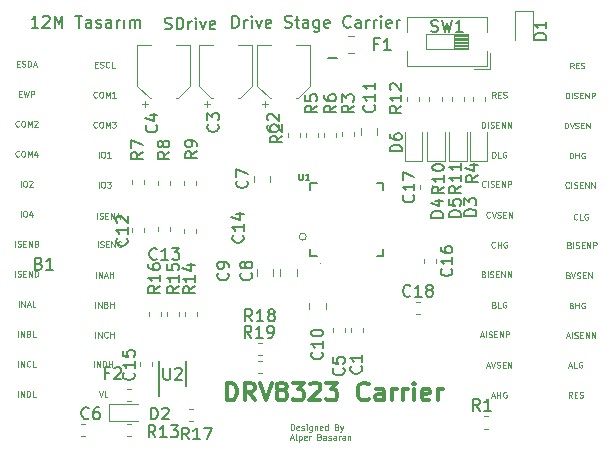
<source format=gbr>
G04 #@! TF.GenerationSoftware,KiCad,Pcbnew,(5.1.5)-3*
G04 #@! TF.CreationDate,2021-07-29T11:54:44+02:00*
G04 #@! TF.ProjectId,sDrive1,73447269-7665-4312-9e6b-696361645f70,rev?*
G04 #@! TF.SameCoordinates,Original*
G04 #@! TF.FileFunction,Legend,Top*
G04 #@! TF.FilePolarity,Positive*
%FSLAX46Y46*%
G04 Gerber Fmt 4.6, Leading zero omitted, Abs format (unit mm)*
G04 Created by KiCad (PCBNEW (5.1.5)-3) date 2021-07-29 11:54:44*
%MOMM*%
%LPD*%
G04 APERTURE LIST*
%ADD10C,0.300000*%
%ADD11C,0.120000*%
%ADD12C,0.150000*%
%ADD13C,0.127000*%
%ADD14C,0.100000*%
%ADD15C,0.075000*%
%ADD16C,0.137881*%
G04 APERTURE END LIST*
D10*
X17684285Y3386428D02*
X17684285Y4886428D01*
X18041428Y4886428D01*
X18255714Y4815000D01*
X18398571Y4672142D01*
X18470000Y4529285D01*
X18541428Y4243571D01*
X18541428Y4029285D01*
X18470000Y3743571D01*
X18398571Y3600714D01*
X18255714Y3457857D01*
X18041428Y3386428D01*
X17684285Y3386428D01*
X20041428Y3386428D02*
X19541428Y4100714D01*
X19184285Y3386428D02*
X19184285Y4886428D01*
X19755714Y4886428D01*
X19898571Y4815000D01*
X19970000Y4743571D01*
X20041428Y4600714D01*
X20041428Y4386428D01*
X19970000Y4243571D01*
X19898571Y4172142D01*
X19755714Y4100714D01*
X19184285Y4100714D01*
X20470000Y4886428D02*
X20970000Y3386428D01*
X21470000Y4886428D01*
X22184285Y4243571D02*
X22041428Y4315000D01*
X21970000Y4386428D01*
X21898571Y4529285D01*
X21898571Y4600714D01*
X21970000Y4743571D01*
X22041428Y4815000D01*
X22184285Y4886428D01*
X22470000Y4886428D01*
X22612857Y4815000D01*
X22684285Y4743571D01*
X22755714Y4600714D01*
X22755714Y4529285D01*
X22684285Y4386428D01*
X22612857Y4315000D01*
X22470000Y4243571D01*
X22184285Y4243571D01*
X22041428Y4172142D01*
X21970000Y4100714D01*
X21898571Y3957857D01*
X21898571Y3672142D01*
X21970000Y3529285D01*
X22041428Y3457857D01*
X22184285Y3386428D01*
X22470000Y3386428D01*
X22612857Y3457857D01*
X22684285Y3529285D01*
X22755714Y3672142D01*
X22755714Y3957857D01*
X22684285Y4100714D01*
X22612857Y4172142D01*
X22470000Y4243571D01*
X23255714Y4886428D02*
X24184285Y4886428D01*
X23684285Y4315000D01*
X23898571Y4315000D01*
X24041428Y4243571D01*
X24112857Y4172142D01*
X24184285Y4029285D01*
X24184285Y3672142D01*
X24112857Y3529285D01*
X24041428Y3457857D01*
X23898571Y3386428D01*
X23470000Y3386428D01*
X23327142Y3457857D01*
X23255714Y3529285D01*
X24755714Y4743571D02*
X24827142Y4815000D01*
X24970000Y4886428D01*
X25327142Y4886428D01*
X25470000Y4815000D01*
X25541428Y4743571D01*
X25612857Y4600714D01*
X25612857Y4457857D01*
X25541428Y4243571D01*
X24684285Y3386428D01*
X25612857Y3386428D01*
X26112857Y4886428D02*
X27041428Y4886428D01*
X26541428Y4315000D01*
X26755714Y4315000D01*
X26898571Y4243571D01*
X26970000Y4172142D01*
X27041428Y4029285D01*
X27041428Y3672142D01*
X26970000Y3529285D01*
X26898571Y3457857D01*
X26755714Y3386428D01*
X26327142Y3386428D01*
X26184285Y3457857D01*
X26112857Y3529285D01*
X29684285Y3529285D02*
X29612857Y3457857D01*
X29398571Y3386428D01*
X29255714Y3386428D01*
X29041428Y3457857D01*
X28898571Y3600714D01*
X28827142Y3743571D01*
X28755714Y4029285D01*
X28755714Y4243571D01*
X28827142Y4529285D01*
X28898571Y4672142D01*
X29041428Y4815000D01*
X29255714Y4886428D01*
X29398571Y4886428D01*
X29612857Y4815000D01*
X29684285Y4743571D01*
X30970000Y3386428D02*
X30970000Y4172142D01*
X30898571Y4315000D01*
X30755714Y4386428D01*
X30470000Y4386428D01*
X30327142Y4315000D01*
X30970000Y3457857D02*
X30827142Y3386428D01*
X30470000Y3386428D01*
X30327142Y3457857D01*
X30255714Y3600714D01*
X30255714Y3743571D01*
X30327142Y3886428D01*
X30470000Y3957857D01*
X30827142Y3957857D01*
X30970000Y4029285D01*
X31684285Y3386428D02*
X31684285Y4386428D01*
X31684285Y4100714D02*
X31755714Y4243571D01*
X31827142Y4315000D01*
X31970000Y4386428D01*
X32112857Y4386428D01*
X32612857Y3386428D02*
X32612857Y4386428D01*
X32612857Y4100714D02*
X32684285Y4243571D01*
X32755714Y4315000D01*
X32898571Y4386428D01*
X33041428Y4386428D01*
X33541428Y3386428D02*
X33541428Y4386428D01*
X33541428Y4886428D02*
X33470000Y4815000D01*
X33541428Y4743571D01*
X33612857Y4815000D01*
X33541428Y4886428D01*
X33541428Y4743571D01*
X34827142Y3457857D02*
X34684285Y3386428D01*
X34398571Y3386428D01*
X34255714Y3457857D01*
X34184285Y3600714D01*
X34184285Y4172142D01*
X34255714Y4315000D01*
X34398571Y4386428D01*
X34684285Y4386428D01*
X34827142Y4315000D01*
X34898571Y4172142D01*
X34898571Y4029285D01*
X34184285Y3886428D01*
X35541428Y3386428D02*
X35541428Y4386428D01*
X35541428Y4100714D02*
X35612857Y4243571D01*
X35684285Y4315000D01*
X35827142Y4386428D01*
X35970000Y4386428D01*
D11*
X33708733Y10680000D02*
X34051267Y10680000D01*
X33708733Y11700000D02*
X34051267Y11700000D01*
X35060000Y21258733D02*
X35060000Y21601267D01*
X34040000Y21258733D02*
X34040000Y21601267D01*
X34390000Y15371267D02*
X34390000Y15028733D01*
X35410000Y15371267D02*
X35410000Y15028733D01*
X20358733Y5700000D02*
X20701267Y5700000D01*
X20358733Y6720000D02*
X20701267Y6720000D01*
X20691267Y8230000D02*
X20348733Y8230000D01*
X20691267Y7210000D02*
X20348733Y7210000D01*
X24408820Y17252000D02*
G75*
G03X24408820Y17252000I-298820J0D01*
G01*
X42105000Y36340000D02*
X42105000Y33880000D01*
X43575000Y36340000D02*
X42105000Y36340000D01*
X43575000Y33880000D02*
X43575000Y36340000D01*
X5721267Y390000D02*
X5378733Y390000D01*
X5721267Y1410000D02*
X5378733Y1410000D01*
X9650000Y17951267D02*
X9650000Y17608733D01*
X10670000Y17951267D02*
X10670000Y17608733D01*
X14098000Y17931267D02*
X14098000Y17588733D01*
X15118000Y17931267D02*
X15118000Y17588733D01*
X11894000Y18052779D02*
X11894000Y17727221D01*
X12914000Y18052779D02*
X12914000Y17727221D01*
X36925333Y33147000D02*
X36925333Y34417000D01*
X38132000Y34347000D02*
X36925333Y34347000D01*
X38132000Y34227000D02*
X36925333Y34227000D01*
X38132000Y34107000D02*
X36925333Y34107000D01*
X38132000Y33987000D02*
X36925333Y33987000D01*
X38132000Y33867000D02*
X36925333Y33867000D01*
X38132000Y33747000D02*
X36925333Y33747000D01*
X38132000Y33627000D02*
X36925333Y33627000D01*
X38132000Y33507000D02*
X36925333Y33507000D01*
X38132000Y33387000D02*
X36925333Y33387000D01*
X38132000Y33267000D02*
X36925333Y33267000D01*
X34512000Y33147000D02*
X38132000Y33147000D01*
X34512000Y34417000D02*
X34512000Y33147000D01*
X38132000Y34417000D02*
X34512000Y34417000D01*
X38132000Y33147000D02*
X38132000Y34417000D01*
X39972000Y31432000D02*
X39972000Y32815000D01*
X39972000Y31432000D02*
X38589000Y31432000D01*
X32912000Y34582000D02*
X32912000Y35892000D01*
X32912000Y31672000D02*
X32912000Y32982000D01*
X39732000Y34582000D02*
X39732000Y35892000D01*
X39732000Y31672000D02*
X39732000Y32982000D01*
X39732000Y35892000D02*
X32912000Y35892000D01*
X39732000Y31672000D02*
X32912000Y31672000D01*
X10670000Y21672733D02*
X10670000Y22015267D01*
X9650000Y21672733D02*
X9650000Y22015267D01*
X12914000Y21612733D02*
X12914000Y21955267D01*
X11894000Y21612733D02*
X11894000Y21955267D01*
X15118000Y21652733D02*
X15118000Y21995267D01*
X14098000Y21652733D02*
X14098000Y21995267D01*
X7730000Y1615000D02*
X10190000Y1615000D01*
X7730000Y3085000D02*
X7730000Y1615000D01*
X10190000Y3085000D02*
X7730000Y3085000D01*
D12*
X11979000Y3748000D02*
X11979000Y6723000D01*
X14229000Y4573000D02*
X14229000Y6723000D01*
D11*
X14468733Y1680000D02*
X14811267Y1680000D01*
X14468733Y2700000D02*
X14811267Y2700000D01*
X11104000Y10869267D02*
X11104000Y10526733D01*
X12124000Y10869267D02*
X12124000Y10526733D01*
X12614000Y10869267D02*
X12614000Y10526733D01*
X13634000Y10869267D02*
X13634000Y10526733D01*
X14134000Y10869267D02*
X14134000Y10526733D01*
X15154000Y10869267D02*
X15154000Y10526733D01*
X9228733Y370000D02*
X9571267Y370000D01*
X9228733Y1390000D02*
X9571267Y1390000D01*
X10304000Y6619267D02*
X10304000Y6276733D01*
X11324000Y6619267D02*
X11324000Y6276733D01*
X10530000Y28470000D02*
X11030000Y28470000D01*
X10780000Y28220000D02*
X10780000Y28720000D01*
X13535563Y28960000D02*
X14600000Y30024437D01*
X11144437Y28960000D02*
X10080000Y30024437D01*
X11144437Y28960000D02*
X11280000Y28960000D01*
X13535563Y28960000D02*
X13400000Y28960000D01*
X14600000Y30024437D02*
X14600000Y33480000D01*
X10080000Y30024437D02*
X10080000Y33480000D01*
X10080000Y33480000D02*
X11280000Y33480000D01*
X14600000Y33480000D02*
X13400000Y33480000D01*
X15770000Y28470000D02*
X16270000Y28470000D01*
X16020000Y28220000D02*
X16020000Y28720000D01*
X18775563Y28960000D02*
X19840000Y30024437D01*
X16384437Y28960000D02*
X15320000Y30024437D01*
X16384437Y28960000D02*
X16520000Y28960000D01*
X18775563Y28960000D02*
X18640000Y28960000D01*
X19840000Y30024437D02*
X19840000Y33480000D01*
X15320000Y30024437D02*
X15320000Y33480000D01*
X15320000Y33480000D02*
X16520000Y33480000D01*
X19840000Y33480000D02*
X18640000Y33480000D01*
X20700000Y28470000D02*
X21200000Y28470000D01*
X20950000Y28220000D02*
X20950000Y28720000D01*
X23705563Y28960000D02*
X24770000Y30024437D01*
X21314437Y28960000D02*
X20250000Y30024437D01*
X21314437Y28960000D02*
X21450000Y28960000D01*
X23705563Y28960000D02*
X23570000Y28960000D01*
X24770000Y30024437D02*
X24770000Y33480000D01*
X20250000Y30024437D02*
X20250000Y33480000D01*
X20250000Y33480000D02*
X21450000Y33480000D01*
X24770000Y33480000D02*
X23570000Y33480000D01*
X39776267Y2030000D02*
X39433733Y2030000D01*
X39776267Y1010000D02*
X39433733Y1010000D01*
D13*
X24758000Y21241600D02*
X24758000Y21796000D01*
X24758000Y21796000D02*
X25312400Y21796000D01*
X24758000Y16190400D02*
X24758000Y15636000D01*
X24758000Y15636000D02*
X25312400Y15636000D01*
X30363600Y15636000D02*
X30918000Y15636000D01*
X30918000Y15636000D02*
X30918000Y16190400D01*
X30918000Y21241600D02*
X30918000Y21796000D01*
X30918000Y21796000D02*
X30363600Y21796000D01*
D14*
X25638000Y15016000D02*
G75*
G03X25638000Y15016000I-50000J0D01*
G01*
D11*
X30428000Y25900748D02*
X30428000Y26423252D01*
X29008000Y25900748D02*
X29008000Y26423252D01*
X36724000Y29075267D02*
X36724000Y28732733D01*
X37744000Y29075267D02*
X37744000Y28732733D01*
X38009000Y23669000D02*
X38009000Y26129000D01*
X36539000Y23669000D02*
X38009000Y23669000D01*
X36539000Y26129000D02*
X36539000Y23669000D01*
X9551267Y4360000D02*
X9208733Y4360000D01*
X9551267Y3340000D02*
X9208733Y3340000D01*
X27932748Y32818000D02*
X28455252Y32818000D01*
X27932748Y34238000D02*
X28455252Y34238000D01*
X34253000Y23669000D02*
X34253000Y26129000D01*
X32783000Y23669000D02*
X34253000Y23669000D01*
X32783000Y26129000D02*
X32783000Y23669000D01*
X32968000Y29075267D02*
X32968000Y28732733D01*
X33988000Y29075267D02*
X33988000Y28732733D01*
X34846000Y29075267D02*
X34846000Y28732733D01*
X35866000Y29075267D02*
X35866000Y28732733D01*
X36131000Y23669000D02*
X36131000Y26129000D01*
X34661000Y23669000D02*
X36131000Y23669000D01*
X34661000Y26129000D02*
X34661000Y23669000D01*
X28210600Y9486267D02*
X28210600Y9143733D01*
X29230600Y9486267D02*
X29230600Y9143733D01*
X26686600Y9486267D02*
X26686600Y9143733D01*
X27706600Y9486267D02*
X27706600Y9143733D01*
X22880000Y26041267D02*
X22880000Y25698733D01*
X23900000Y26041267D02*
X23900000Y25698733D01*
X25920000Y26051267D02*
X25920000Y25708733D01*
X26940000Y26051267D02*
X26940000Y25708733D01*
X24410000Y26041267D02*
X24410000Y25698733D01*
X25430000Y26041267D02*
X25430000Y25698733D01*
X38504000Y29044267D02*
X38504000Y28701733D01*
X39524000Y29044267D02*
X39524000Y28701733D01*
X28450000Y25736733D02*
X28450000Y26079267D01*
X27430000Y25736733D02*
X27430000Y26079267D01*
X39749000Y23624000D02*
X39749000Y26084000D01*
X38279000Y23624000D02*
X39749000Y23624000D01*
X38279000Y26084000D02*
X38279000Y23624000D01*
X21633452Y13953071D02*
X21633452Y14475575D01*
X20213452Y13953071D02*
X20213452Y14475575D01*
X23608452Y13953071D02*
X23608452Y14475575D01*
X22188452Y13953071D02*
X22188452Y14475575D01*
X21370000Y21908748D02*
X21370000Y22431252D01*
X19950000Y21908748D02*
X19950000Y22431252D01*
X26070000Y11128748D02*
X26070000Y11651252D01*
X24650000Y11128748D02*
X24650000Y11651252D01*
D12*
X33237142Y12262857D02*
X33189523Y12215238D01*
X33046666Y12167619D01*
X32951428Y12167619D01*
X32808571Y12215238D01*
X32713333Y12310476D01*
X32665714Y12405714D01*
X32618095Y12596190D01*
X32618095Y12739047D01*
X32665714Y12929523D01*
X32713333Y13024761D01*
X32808571Y13120000D01*
X32951428Y13167619D01*
X33046666Y13167619D01*
X33189523Y13120000D01*
X33237142Y13072380D01*
X34189523Y12167619D02*
X33618095Y12167619D01*
X33903809Y12167619D02*
X33903809Y13167619D01*
X33808571Y13024761D01*
X33713333Y12929523D01*
X33618095Y12881904D01*
X34760952Y12739047D02*
X34665714Y12786666D01*
X34618095Y12834285D01*
X34570476Y12929523D01*
X34570476Y12977142D01*
X34618095Y13072380D01*
X34665714Y13120000D01*
X34760952Y13167619D01*
X34951428Y13167619D01*
X35046666Y13120000D01*
X35094285Y13072380D01*
X35141904Y12977142D01*
X35141904Y12929523D01*
X35094285Y12834285D01*
X35046666Y12786666D01*
X34951428Y12739047D01*
X34760952Y12739047D01*
X34665714Y12691428D01*
X34618095Y12643809D01*
X34570476Y12548571D01*
X34570476Y12358095D01*
X34618095Y12262857D01*
X34665714Y12215238D01*
X34760952Y12167619D01*
X34951428Y12167619D01*
X35046666Y12215238D01*
X35094285Y12262857D01*
X35141904Y12358095D01*
X35141904Y12548571D01*
X35094285Y12643809D01*
X35046666Y12691428D01*
X34951428Y12739047D01*
X33477142Y20787142D02*
X33524761Y20739523D01*
X33572380Y20596666D01*
X33572380Y20501428D01*
X33524761Y20358571D01*
X33429523Y20263333D01*
X33334285Y20215714D01*
X33143809Y20168095D01*
X33000952Y20168095D01*
X32810476Y20215714D01*
X32715238Y20263333D01*
X32620000Y20358571D01*
X32572380Y20501428D01*
X32572380Y20596666D01*
X32620000Y20739523D01*
X32667619Y20787142D01*
X33572380Y21739523D02*
X33572380Y21168095D01*
X33572380Y21453809D02*
X32572380Y21453809D01*
X32715238Y21358571D01*
X32810476Y21263333D01*
X32858095Y21168095D01*
X32572380Y22072857D02*
X32572380Y22739523D01*
X33572380Y22310952D01*
X36687142Y14557142D02*
X36734761Y14509523D01*
X36782380Y14366666D01*
X36782380Y14271428D01*
X36734761Y14128571D01*
X36639523Y14033333D01*
X36544285Y13985714D01*
X36353809Y13938095D01*
X36210952Y13938095D01*
X36020476Y13985714D01*
X35925238Y14033333D01*
X35830000Y14128571D01*
X35782380Y14271428D01*
X35782380Y14366666D01*
X35830000Y14509523D01*
X35877619Y14557142D01*
X36782380Y15509523D02*
X36782380Y14938095D01*
X36782380Y15223809D02*
X35782380Y15223809D01*
X35925238Y15128571D01*
X36020476Y15033333D01*
X36068095Y14938095D01*
X35782380Y16366666D02*
X35782380Y16176190D01*
X35830000Y16080952D01*
X35877619Y16033333D01*
X36020476Y15938095D01*
X36210952Y15890476D01*
X36591904Y15890476D01*
X36687142Y15938095D01*
X36734761Y15985714D01*
X36782380Y16080952D01*
X36782380Y16271428D01*
X36734761Y16366666D01*
X36687142Y16414285D01*
X36591904Y16461904D01*
X36353809Y16461904D01*
X36258571Y16414285D01*
X36210952Y16366666D01*
X36163333Y16271428D01*
X36163333Y16080952D01*
X36210952Y15985714D01*
X36258571Y15938095D01*
X36353809Y15890476D01*
X19767142Y8697619D02*
X19433809Y9173809D01*
X19195714Y8697619D02*
X19195714Y9697619D01*
X19576666Y9697619D01*
X19671904Y9650000D01*
X19719523Y9602380D01*
X19767142Y9507142D01*
X19767142Y9364285D01*
X19719523Y9269047D01*
X19671904Y9221428D01*
X19576666Y9173809D01*
X19195714Y9173809D01*
X20719523Y8697619D02*
X20148095Y8697619D01*
X20433809Y8697619D02*
X20433809Y9697619D01*
X20338571Y9554761D01*
X20243333Y9459523D01*
X20148095Y9411904D01*
X21195714Y8697619D02*
X21386190Y8697619D01*
X21481428Y8745238D01*
X21529047Y8792857D01*
X21624285Y8935714D01*
X21671904Y9126190D01*
X21671904Y9507142D01*
X21624285Y9602380D01*
X21576666Y9650000D01*
X21481428Y9697619D01*
X21290952Y9697619D01*
X21195714Y9650000D01*
X21148095Y9602380D01*
X21100476Y9507142D01*
X21100476Y9269047D01*
X21148095Y9173809D01*
X21195714Y9126190D01*
X21290952Y9078571D01*
X21481428Y9078571D01*
X21576666Y9126190D01*
X21624285Y9173809D01*
X21671904Y9269047D01*
X19837142Y10097619D02*
X19503809Y10573809D01*
X19265714Y10097619D02*
X19265714Y11097619D01*
X19646666Y11097619D01*
X19741904Y11050000D01*
X19789523Y11002380D01*
X19837142Y10907142D01*
X19837142Y10764285D01*
X19789523Y10669047D01*
X19741904Y10621428D01*
X19646666Y10573809D01*
X19265714Y10573809D01*
X20789523Y10097619D02*
X20218095Y10097619D01*
X20503809Y10097619D02*
X20503809Y11097619D01*
X20408571Y10954761D01*
X20313333Y10859523D01*
X20218095Y10811904D01*
X21360952Y10669047D02*
X21265714Y10716666D01*
X21218095Y10764285D01*
X21170476Y10859523D01*
X21170476Y10907142D01*
X21218095Y11002380D01*
X21265714Y11050000D01*
X21360952Y11097619D01*
X21551428Y11097619D01*
X21646666Y11050000D01*
X21694285Y11002380D01*
X21741904Y10907142D01*
X21741904Y10859523D01*
X21694285Y10764285D01*
X21646666Y10716666D01*
X21551428Y10669047D01*
X21360952Y10669047D01*
X21265714Y10621428D01*
X21218095Y10573809D01*
X21170476Y10478571D01*
X21170476Y10288095D01*
X21218095Y10192857D01*
X21265714Y10145238D01*
X21360952Y10097619D01*
X21551428Y10097619D01*
X21646666Y10145238D01*
X21694285Y10192857D01*
X21741904Y10288095D01*
X21741904Y10478571D01*
X21694285Y10573809D01*
X21646666Y10621428D01*
X21551428Y10669047D01*
X1779058Y14981528D02*
X1921915Y14933909D01*
X1969534Y14886290D01*
X2017153Y14791052D01*
X2017153Y14648195D01*
X1969534Y14552957D01*
X1921915Y14505338D01*
X1826677Y14457719D01*
X1445724Y14457719D01*
X1445724Y15457719D01*
X1779058Y15457719D01*
X1874296Y15410100D01*
X1921915Y15362480D01*
X1969534Y15267242D01*
X1969534Y15172004D01*
X1921915Y15076766D01*
X1874296Y15029147D01*
X1779058Y14981528D01*
X1445724Y14981528D01*
X2969534Y14457719D02*
X2398105Y14457719D01*
X2683820Y14457719D02*
X2683820Y15457719D01*
X2588581Y15314861D01*
X2493343Y15219623D01*
X2398105Y15172004D01*
X26269047Y32420571D02*
X27030952Y32420571D01*
X1722380Y34957619D02*
X1150952Y34957619D01*
X1436666Y34957619D02*
X1436666Y35957619D01*
X1341428Y35814761D01*
X1246190Y35719523D01*
X1150952Y35671904D01*
X2103333Y35862380D02*
X2150952Y35910000D01*
X2246190Y35957619D01*
X2484285Y35957619D01*
X2579523Y35910000D01*
X2627142Y35862380D01*
X2674761Y35767142D01*
X2674761Y35671904D01*
X2627142Y35529047D01*
X2055714Y34957619D01*
X2674761Y34957619D01*
X3103333Y34957619D02*
X3103333Y35957619D01*
X3436666Y35243333D01*
X3769999Y35957619D01*
X3769999Y34957619D01*
X4865238Y35957619D02*
X5436666Y35957619D01*
X5150952Y34957619D02*
X5150952Y35957619D01*
X6198571Y34957619D02*
X6198571Y35481428D01*
X6150952Y35576666D01*
X6055714Y35624285D01*
X5865238Y35624285D01*
X5770000Y35576666D01*
X6198571Y35005238D02*
X6103333Y34957619D01*
X5865238Y34957619D01*
X5770000Y35005238D01*
X5722380Y35100476D01*
X5722380Y35195714D01*
X5770000Y35290952D01*
X5865238Y35338571D01*
X6103333Y35338571D01*
X6198571Y35386190D01*
X6627142Y35005238D02*
X6722380Y34957619D01*
X6912857Y34957619D01*
X7008095Y35005238D01*
X7055714Y35100476D01*
X7055714Y35148095D01*
X7008095Y35243333D01*
X6912857Y35290952D01*
X6770000Y35290952D01*
X6674761Y35338571D01*
X6627142Y35433809D01*
X6627142Y35481428D01*
X6674761Y35576666D01*
X6770000Y35624285D01*
X6912857Y35624285D01*
X7008095Y35576666D01*
X7912857Y34957619D02*
X7912857Y35481428D01*
X7865238Y35576666D01*
X7770000Y35624285D01*
X7579523Y35624285D01*
X7484285Y35576666D01*
X7912857Y35005238D02*
X7817619Y34957619D01*
X7579523Y34957619D01*
X7484285Y35005238D01*
X7436666Y35100476D01*
X7436666Y35195714D01*
X7484285Y35290952D01*
X7579523Y35338571D01*
X7817619Y35338571D01*
X7912857Y35386190D01*
X8389047Y34957619D02*
X8389047Y35624285D01*
X8389047Y35433809D02*
X8436666Y35529047D01*
X8484285Y35576666D01*
X8579523Y35624285D01*
X8674761Y35624285D01*
X9008095Y34957619D02*
X9008095Y35624285D01*
X9484285Y34957619D02*
X9484285Y35624285D01*
X9484285Y35529047D02*
X9531904Y35576666D01*
X9627142Y35624285D01*
X9770000Y35624285D01*
X9865238Y35576666D01*
X9912857Y35481428D01*
X9912857Y34957619D01*
X9912857Y35481428D02*
X9960476Y35576666D01*
X10055714Y35624285D01*
X10198571Y35624285D01*
X10293809Y35576666D01*
X10341428Y35481428D01*
X10341428Y34957619D01*
D15*
X39690476Y6308666D02*
X39928571Y6308666D01*
X39642857Y6165809D02*
X39809523Y6665809D01*
X39976190Y6165809D01*
X40071428Y6665809D02*
X40238095Y6165809D01*
X40404761Y6665809D01*
X40547619Y6189619D02*
X40619047Y6165809D01*
X40738095Y6165809D01*
X40785714Y6189619D01*
X40809523Y6213428D01*
X40833333Y6261047D01*
X40833333Y6308666D01*
X40809523Y6356285D01*
X40785714Y6380095D01*
X40738095Y6403904D01*
X40642857Y6427714D01*
X40595238Y6451523D01*
X40571428Y6475333D01*
X40547619Y6522952D01*
X40547619Y6570571D01*
X40571428Y6618190D01*
X40595238Y6642000D01*
X40642857Y6665809D01*
X40761904Y6665809D01*
X40833333Y6642000D01*
X41047619Y6427714D02*
X41214285Y6427714D01*
X41285714Y6165809D02*
X41047619Y6165809D01*
X41047619Y6665809D01*
X41285714Y6665809D01*
X41500000Y6165809D02*
X41500000Y6665809D01*
X41785714Y6165809D01*
X41785714Y6665809D01*
X40440476Y29025809D02*
X40273809Y29263904D01*
X40154761Y29025809D02*
X40154761Y29525809D01*
X40345238Y29525809D01*
X40392857Y29502000D01*
X40416666Y29478190D01*
X40440476Y29430571D01*
X40440476Y29359142D01*
X40416666Y29311523D01*
X40392857Y29287714D01*
X40345238Y29263904D01*
X40154761Y29263904D01*
X40654761Y29287714D02*
X40821428Y29287714D01*
X40892857Y29025809D02*
X40654761Y29025809D01*
X40654761Y29525809D01*
X40892857Y29525809D01*
X41083333Y29049619D02*
X41154761Y29025809D01*
X41273809Y29025809D01*
X41321428Y29049619D01*
X41345238Y29073428D01*
X41369047Y29121047D01*
X41369047Y29168666D01*
X41345238Y29216285D01*
X41321428Y29240095D01*
X41273809Y29263904D01*
X41178571Y29287714D01*
X41130952Y29311523D01*
X41107142Y29335333D01*
X41083333Y29382952D01*
X41083333Y29430571D01*
X41107142Y29478190D01*
X41130952Y29502000D01*
X41178571Y29525809D01*
X41297619Y29525809D01*
X41369047Y29502000D01*
X46910476Y3625809D02*
X46743809Y3863904D01*
X46624761Y3625809D02*
X46624761Y4125809D01*
X46815238Y4125809D01*
X46862857Y4102000D01*
X46886666Y4078190D01*
X46910476Y4030571D01*
X46910476Y3959142D01*
X46886666Y3911523D01*
X46862857Y3887714D01*
X46815238Y3863904D01*
X46624761Y3863904D01*
X47124761Y3887714D02*
X47291428Y3887714D01*
X47362857Y3625809D02*
X47124761Y3625809D01*
X47124761Y4125809D01*
X47362857Y4125809D01*
X47553333Y3649619D02*
X47624761Y3625809D01*
X47743809Y3625809D01*
X47791428Y3649619D01*
X47815238Y3673428D01*
X47839047Y3721047D01*
X47839047Y3768666D01*
X47815238Y3816285D01*
X47791428Y3840095D01*
X47743809Y3863904D01*
X47648571Y3887714D01*
X47600952Y3911523D01*
X47577142Y3935333D01*
X47553333Y3982952D01*
X47553333Y4030571D01*
X47577142Y4078190D01*
X47600952Y4102000D01*
X47648571Y4125809D01*
X47767619Y4125809D01*
X47839047Y4102000D01*
X40333333Y11507714D02*
X40404761Y11483904D01*
X40428571Y11460095D01*
X40452380Y11412476D01*
X40452380Y11341047D01*
X40428571Y11293428D01*
X40404761Y11269619D01*
X40357142Y11245809D01*
X40166666Y11245809D01*
X40166666Y11745809D01*
X40333333Y11745809D01*
X40380952Y11722000D01*
X40404761Y11698190D01*
X40428571Y11650571D01*
X40428571Y11602952D01*
X40404761Y11555333D01*
X40380952Y11531523D01*
X40333333Y11507714D01*
X40166666Y11507714D01*
X40904761Y11245809D02*
X40666666Y11245809D01*
X40666666Y11745809D01*
X41333333Y11722000D02*
X41285714Y11745809D01*
X41214285Y11745809D01*
X41142857Y11722000D01*
X41095238Y11674380D01*
X41071428Y11626761D01*
X41047619Y11531523D01*
X41047619Y11460095D01*
X41071428Y11364857D01*
X41095238Y11317238D01*
X41142857Y11269619D01*
X41214285Y11245809D01*
X41261904Y11245809D01*
X41333333Y11269619D01*
X41357142Y11293428D01*
X41357142Y11460095D01*
X41261904Y11460095D01*
X39301904Y26475809D02*
X39301904Y26975809D01*
X39420952Y26975809D01*
X39492380Y26952000D01*
X39540000Y26904380D01*
X39563809Y26856761D01*
X39587619Y26761523D01*
X39587619Y26690095D01*
X39563809Y26594857D01*
X39540000Y26547238D01*
X39492380Y26499619D01*
X39420952Y26475809D01*
X39301904Y26475809D01*
X39801904Y26475809D02*
X39801904Y26975809D01*
X40016190Y26499619D02*
X40087619Y26475809D01*
X40206666Y26475809D01*
X40254285Y26499619D01*
X40278095Y26523428D01*
X40301904Y26571047D01*
X40301904Y26618666D01*
X40278095Y26666285D01*
X40254285Y26690095D01*
X40206666Y26713904D01*
X40111428Y26737714D01*
X40063809Y26761523D01*
X40040000Y26785333D01*
X40016190Y26832952D01*
X40016190Y26880571D01*
X40040000Y26928190D01*
X40063809Y26952000D01*
X40111428Y26975809D01*
X40230476Y26975809D01*
X40301904Y26952000D01*
X40516190Y26737714D02*
X40682857Y26737714D01*
X40754285Y26475809D02*
X40516190Y26475809D01*
X40516190Y26975809D01*
X40754285Y26975809D01*
X40968571Y26475809D02*
X40968571Y26975809D01*
X41254285Y26475809D01*
X41254285Y26975809D01*
X41492380Y26475809D02*
X41492380Y26975809D01*
X41778095Y26475809D01*
X41778095Y26975809D01*
X6753809Y16365809D02*
X6753809Y16865809D01*
X6968095Y16389619D02*
X7039523Y16365809D01*
X7158571Y16365809D01*
X7206190Y16389619D01*
X7230000Y16413428D01*
X7253809Y16461047D01*
X7253809Y16508666D01*
X7230000Y16556285D01*
X7206190Y16580095D01*
X7158571Y16603904D01*
X7063333Y16627714D01*
X7015714Y16651523D01*
X6991904Y16675333D01*
X6968095Y16722952D01*
X6968095Y16770571D01*
X6991904Y16818190D01*
X7015714Y16842000D01*
X7063333Y16865809D01*
X7182380Y16865809D01*
X7253809Y16842000D01*
X7468095Y16627714D02*
X7634761Y16627714D01*
X7706190Y16365809D02*
X7468095Y16365809D01*
X7468095Y16865809D01*
X7706190Y16865809D01*
X7920476Y16365809D02*
X7920476Y16865809D01*
X8206190Y16365809D01*
X8206190Y16865809D01*
X8730000Y16413428D02*
X8706190Y16389619D01*
X8634761Y16365809D01*
X8587142Y16365809D01*
X8515714Y16389619D01*
X8468095Y16437238D01*
X8444285Y16484857D01*
X8420476Y16580095D01*
X8420476Y16651523D01*
X8444285Y16746761D01*
X8468095Y16794380D01*
X8515714Y16842000D01*
X8587142Y16865809D01*
X8634761Y16865809D01*
X8706190Y16842000D01*
X8730000Y16818190D01*
X46453809Y8808666D02*
X46691904Y8808666D01*
X46406190Y8665809D02*
X46572857Y9165809D01*
X46739523Y8665809D01*
X46906190Y8665809D02*
X46906190Y9165809D01*
X47120476Y8689619D02*
X47191904Y8665809D01*
X47310952Y8665809D01*
X47358571Y8689619D01*
X47382380Y8713428D01*
X47406190Y8761047D01*
X47406190Y8808666D01*
X47382380Y8856285D01*
X47358571Y8880095D01*
X47310952Y8903904D01*
X47215714Y8927714D01*
X47168095Y8951523D01*
X47144285Y8975333D01*
X47120476Y9022952D01*
X47120476Y9070571D01*
X47144285Y9118190D01*
X47168095Y9142000D01*
X47215714Y9165809D01*
X47334761Y9165809D01*
X47406190Y9142000D01*
X47620476Y8927714D02*
X47787142Y8927714D01*
X47858571Y8665809D02*
X47620476Y8665809D01*
X47620476Y9165809D01*
X47858571Y9165809D01*
X48072857Y8665809D02*
X48072857Y9165809D01*
X48358571Y8665809D01*
X48358571Y9165809D01*
X48596666Y8665809D02*
X48596666Y9165809D01*
X48882380Y8665809D01*
X48882380Y9165809D01*
X23102023Y894809D02*
X23102023Y1394809D01*
X23221071Y1394809D01*
X23292500Y1371000D01*
X23340119Y1323380D01*
X23363928Y1275761D01*
X23387738Y1180523D01*
X23387738Y1109095D01*
X23363928Y1013857D01*
X23340119Y966238D01*
X23292500Y918619D01*
X23221071Y894809D01*
X23102023Y894809D01*
X23792500Y918619D02*
X23744880Y894809D01*
X23649642Y894809D01*
X23602023Y918619D01*
X23578214Y966238D01*
X23578214Y1156714D01*
X23602023Y1204333D01*
X23649642Y1228142D01*
X23744880Y1228142D01*
X23792500Y1204333D01*
X23816309Y1156714D01*
X23816309Y1109095D01*
X23578214Y1061476D01*
X24006785Y918619D02*
X24054404Y894809D01*
X24149642Y894809D01*
X24197261Y918619D01*
X24221071Y966238D01*
X24221071Y990047D01*
X24197261Y1037666D01*
X24149642Y1061476D01*
X24078214Y1061476D01*
X24030595Y1085285D01*
X24006785Y1132904D01*
X24006785Y1156714D01*
X24030595Y1204333D01*
X24078214Y1228142D01*
X24149642Y1228142D01*
X24197261Y1204333D01*
X24435357Y894809D02*
X24435357Y1228142D01*
X24435357Y1394809D02*
X24411547Y1371000D01*
X24435357Y1347190D01*
X24459166Y1371000D01*
X24435357Y1394809D01*
X24435357Y1347190D01*
X24887738Y1228142D02*
X24887738Y823380D01*
X24863928Y775761D01*
X24840119Y751952D01*
X24792500Y728142D01*
X24721071Y728142D01*
X24673452Y751952D01*
X24887738Y918619D02*
X24840119Y894809D01*
X24744880Y894809D01*
X24697261Y918619D01*
X24673452Y942428D01*
X24649642Y990047D01*
X24649642Y1132904D01*
X24673452Y1180523D01*
X24697261Y1204333D01*
X24744880Y1228142D01*
X24840119Y1228142D01*
X24887738Y1204333D01*
X25125833Y1228142D02*
X25125833Y894809D01*
X25125833Y1180523D02*
X25149642Y1204333D01*
X25197261Y1228142D01*
X25268690Y1228142D01*
X25316309Y1204333D01*
X25340119Y1156714D01*
X25340119Y894809D01*
X25768690Y918619D02*
X25721071Y894809D01*
X25625833Y894809D01*
X25578214Y918619D01*
X25554404Y966238D01*
X25554404Y1156714D01*
X25578214Y1204333D01*
X25625833Y1228142D01*
X25721071Y1228142D01*
X25768690Y1204333D01*
X25792500Y1156714D01*
X25792500Y1109095D01*
X25554404Y1061476D01*
X26221071Y894809D02*
X26221071Y1394809D01*
X26221071Y918619D02*
X26173452Y894809D01*
X26078214Y894809D01*
X26030595Y918619D01*
X26006785Y942428D01*
X25982976Y990047D01*
X25982976Y1132904D01*
X26006785Y1180523D01*
X26030595Y1204333D01*
X26078214Y1228142D01*
X26173452Y1228142D01*
X26221071Y1204333D01*
X27006785Y1156714D02*
X27078214Y1132904D01*
X27102023Y1109095D01*
X27125833Y1061476D01*
X27125833Y990047D01*
X27102023Y942428D01*
X27078214Y918619D01*
X27030595Y894809D01*
X26840119Y894809D01*
X26840119Y1394809D01*
X27006785Y1394809D01*
X27054404Y1371000D01*
X27078214Y1347190D01*
X27102023Y1299571D01*
X27102023Y1251952D01*
X27078214Y1204333D01*
X27054404Y1180523D01*
X27006785Y1156714D01*
X26840119Y1156714D01*
X27292500Y1228142D02*
X27411547Y894809D01*
X27530595Y1228142D02*
X27411547Y894809D01*
X27363928Y775761D01*
X27340119Y751952D01*
X27292500Y728142D01*
X40392857Y16373428D02*
X40369047Y16349619D01*
X40297619Y16325809D01*
X40250000Y16325809D01*
X40178571Y16349619D01*
X40130952Y16397238D01*
X40107142Y16444857D01*
X40083333Y16540095D01*
X40083333Y16611523D01*
X40107142Y16706761D01*
X40130952Y16754380D01*
X40178571Y16802000D01*
X40250000Y16825809D01*
X40297619Y16825809D01*
X40369047Y16802000D01*
X40392857Y16778190D01*
X40607142Y16325809D02*
X40607142Y16825809D01*
X40607142Y16587714D02*
X40892857Y16587714D01*
X40892857Y16325809D02*
X40892857Y16825809D01*
X41392857Y16802000D02*
X41345238Y16825809D01*
X41273809Y16825809D01*
X41202380Y16802000D01*
X41154761Y16754380D01*
X41130952Y16706761D01*
X41107142Y16611523D01*
X41107142Y16540095D01*
X41130952Y16444857D01*
X41154761Y16397238D01*
X41202380Y16349619D01*
X41273809Y16325809D01*
X41321428Y16325809D01*
X41392857Y16349619D01*
X41416666Y16373428D01*
X41416666Y16540095D01*
X41321428Y16540095D01*
X46707142Y23875809D02*
X46707142Y24375809D01*
X46826190Y24375809D01*
X46897619Y24352000D01*
X46945238Y24304380D01*
X46969047Y24256761D01*
X46992857Y24161523D01*
X46992857Y24090095D01*
X46969047Y23994857D01*
X46945238Y23947238D01*
X46897619Y23899619D01*
X46826190Y23875809D01*
X46707142Y23875809D01*
X47207142Y23875809D02*
X47207142Y24375809D01*
X47207142Y24137714D02*
X47492857Y24137714D01*
X47492857Y23875809D02*
X47492857Y24375809D01*
X47992857Y24352000D02*
X47945238Y24375809D01*
X47873809Y24375809D01*
X47802380Y24352000D01*
X47754761Y24304380D01*
X47730952Y24256761D01*
X47707142Y24161523D01*
X47707142Y24090095D01*
X47730952Y23994857D01*
X47754761Y23947238D01*
X47802380Y23899619D01*
X47873809Y23875809D01*
X47921428Y23875809D01*
X47992857Y23899619D01*
X48016666Y23923428D01*
X48016666Y24090095D01*
X47921428Y24090095D01*
X99047Y24073428D02*
X75238Y24049619D01*
X3809Y24025809D01*
X-43809Y24025809D01*
X-115238Y24049619D01*
X-162857Y24097238D01*
X-186666Y24144857D01*
X-210476Y24240095D01*
X-210476Y24311523D01*
X-186666Y24406761D01*
X-162857Y24454380D01*
X-115238Y24502000D01*
X-43809Y24525809D01*
X3809Y24525809D01*
X75238Y24502000D01*
X99047Y24478190D01*
X408571Y24525809D02*
X503809Y24525809D01*
X551428Y24502000D01*
X599047Y24454380D01*
X622857Y24359142D01*
X622857Y24192476D01*
X599047Y24097238D01*
X551428Y24049619D01*
X503809Y24025809D01*
X408571Y24025809D01*
X360952Y24049619D01*
X313333Y24097238D01*
X289523Y24192476D01*
X289523Y24359142D01*
X313333Y24454380D01*
X360952Y24502000D01*
X408571Y24525809D01*
X837142Y24025809D02*
X837142Y24525809D01*
X1003809Y24168666D01*
X1170476Y24525809D01*
X1170476Y24025809D01*
X1622857Y24359142D02*
X1622857Y24025809D01*
X1503809Y24549619D02*
X1384761Y24192476D01*
X1694285Y24192476D01*
X6556190Y11255809D02*
X6556190Y11755809D01*
X6794285Y11255809D02*
X6794285Y11755809D01*
X7080000Y11255809D01*
X7080000Y11755809D01*
X7484761Y11517714D02*
X7556190Y11493904D01*
X7580000Y11470095D01*
X7603809Y11422476D01*
X7603809Y11351047D01*
X7580000Y11303428D01*
X7556190Y11279619D01*
X7508571Y11255809D01*
X7318095Y11255809D01*
X7318095Y11755809D01*
X7484761Y11755809D01*
X7532380Y11732000D01*
X7556190Y11708190D01*
X7580000Y11660571D01*
X7580000Y11612952D01*
X7556190Y11565333D01*
X7532380Y11541523D01*
X7484761Y11517714D01*
X7318095Y11517714D01*
X7818095Y11255809D02*
X7818095Y11755809D01*
X7818095Y11517714D02*
X8103809Y11517714D01*
X8103809Y11255809D02*
X8103809Y11755809D01*
X-246190Y13865809D02*
X-246190Y14365809D01*
X-31904Y13889619D02*
X39523Y13865809D01*
X158571Y13865809D01*
X206190Y13889619D01*
X230000Y13913428D01*
X253809Y13961047D01*
X253809Y14008666D01*
X230000Y14056285D01*
X206190Y14080095D01*
X158571Y14103904D01*
X63333Y14127714D01*
X15714Y14151523D01*
X-8095Y14175333D01*
X-31904Y14222952D01*
X-31904Y14270571D01*
X-8095Y14318190D01*
X15714Y14342000D01*
X63333Y14365809D01*
X182380Y14365809D01*
X253809Y14342000D01*
X468095Y14127714D02*
X634761Y14127714D01*
X706190Y13865809D02*
X468095Y13865809D01*
X468095Y14365809D01*
X706190Y14365809D01*
X920476Y13865809D02*
X920476Y14365809D01*
X1206190Y13865809D01*
X1206190Y14365809D01*
X1444285Y13865809D02*
X1444285Y14365809D01*
X1563333Y14365809D01*
X1634761Y14342000D01*
X1682380Y14294380D01*
X1706190Y14246761D01*
X1730000Y14151523D01*
X1730000Y14080095D01*
X1706190Y13984857D01*
X1682380Y13937238D01*
X1634761Y13889619D01*
X1563333Y13865809D01*
X1444285Y13865809D01*
X46690476Y16547714D02*
X46761904Y16523904D01*
X46785714Y16500095D01*
X46809523Y16452476D01*
X46809523Y16381047D01*
X46785714Y16333428D01*
X46761904Y16309619D01*
X46714285Y16285809D01*
X46523809Y16285809D01*
X46523809Y16785809D01*
X46690476Y16785809D01*
X46738095Y16762000D01*
X46761904Y16738190D01*
X46785714Y16690571D01*
X46785714Y16642952D01*
X46761904Y16595333D01*
X46738095Y16571523D01*
X46690476Y16547714D01*
X46523809Y16547714D01*
X47023809Y16285809D02*
X47023809Y16785809D01*
X47238095Y16309619D02*
X47309523Y16285809D01*
X47428571Y16285809D01*
X47476190Y16309619D01*
X47500000Y16333428D01*
X47523809Y16381047D01*
X47523809Y16428666D01*
X47500000Y16476285D01*
X47476190Y16500095D01*
X47428571Y16523904D01*
X47333333Y16547714D01*
X47285714Y16571523D01*
X47261904Y16595333D01*
X47238095Y16642952D01*
X47238095Y16690571D01*
X47261904Y16738190D01*
X47285714Y16762000D01*
X47333333Y16785809D01*
X47452380Y16785809D01*
X47523809Y16762000D01*
X47738095Y16547714D02*
X47904761Y16547714D01*
X47976190Y16285809D02*
X47738095Y16285809D01*
X47738095Y16785809D01*
X47976190Y16785809D01*
X48190476Y16285809D02*
X48190476Y16785809D01*
X48476190Y16285809D01*
X48476190Y16785809D01*
X48714285Y16285809D02*
X48714285Y16785809D01*
X48904761Y16785809D01*
X48952380Y16762000D01*
X48976190Y16738190D01*
X49000000Y16690571D01*
X49000000Y16619142D01*
X48976190Y16571523D01*
X48952380Y16547714D01*
X48904761Y16523904D01*
X48714285Y16523904D01*
X46605238Y13987714D02*
X46676666Y13963904D01*
X46700476Y13940095D01*
X46724285Y13892476D01*
X46724285Y13821047D01*
X46700476Y13773428D01*
X46676666Y13749619D01*
X46629047Y13725809D01*
X46438571Y13725809D01*
X46438571Y14225809D01*
X46605238Y14225809D01*
X46652857Y14202000D01*
X46676666Y14178190D01*
X46700476Y14130571D01*
X46700476Y14082952D01*
X46676666Y14035333D01*
X46652857Y14011523D01*
X46605238Y13987714D01*
X46438571Y13987714D01*
X46867142Y14225809D02*
X47033809Y13725809D01*
X47200476Y14225809D01*
X47343333Y13749619D02*
X47414761Y13725809D01*
X47533809Y13725809D01*
X47581428Y13749619D01*
X47605238Y13773428D01*
X47629047Y13821047D01*
X47629047Y13868666D01*
X47605238Y13916285D01*
X47581428Y13940095D01*
X47533809Y13963904D01*
X47438571Y13987714D01*
X47390952Y14011523D01*
X47367142Y14035333D01*
X47343333Y14082952D01*
X47343333Y14130571D01*
X47367142Y14178190D01*
X47390952Y14202000D01*
X47438571Y14225809D01*
X47557619Y14225809D01*
X47629047Y14202000D01*
X47843333Y13987714D02*
X48010000Y13987714D01*
X48081428Y13725809D02*
X47843333Y13725809D01*
X47843333Y14225809D01*
X48081428Y14225809D01*
X48295714Y13725809D02*
X48295714Y14225809D01*
X48581428Y13725809D01*
X48581428Y14225809D01*
X39175714Y8878666D02*
X39413809Y8878666D01*
X39128095Y8735809D02*
X39294761Y9235809D01*
X39461428Y8735809D01*
X39628095Y8735809D02*
X39628095Y9235809D01*
X39842380Y8759619D02*
X39913809Y8735809D01*
X40032857Y8735809D01*
X40080476Y8759619D01*
X40104285Y8783428D01*
X40128095Y8831047D01*
X40128095Y8878666D01*
X40104285Y8926285D01*
X40080476Y8950095D01*
X40032857Y8973904D01*
X39937619Y8997714D01*
X39890000Y9021523D01*
X39866190Y9045333D01*
X39842380Y9092952D01*
X39842380Y9140571D01*
X39866190Y9188190D01*
X39890000Y9212000D01*
X39937619Y9235809D01*
X40056666Y9235809D01*
X40128095Y9212000D01*
X40342380Y8997714D02*
X40509047Y8997714D01*
X40580476Y8735809D02*
X40342380Y8735809D01*
X40342380Y9235809D01*
X40580476Y9235809D01*
X40794761Y8735809D02*
X40794761Y9235809D01*
X41080476Y8735809D01*
X41080476Y9235809D01*
X41318571Y8735809D02*
X41318571Y9235809D01*
X41509047Y9235809D01*
X41556666Y9212000D01*
X41580476Y9188190D01*
X41604285Y9140571D01*
X41604285Y9069142D01*
X41580476Y9021523D01*
X41556666Y8997714D01*
X41509047Y8973904D01*
X41318571Y8973904D01*
X47040476Y31495809D02*
X46873809Y31733904D01*
X46754761Y31495809D02*
X46754761Y31995809D01*
X46945238Y31995809D01*
X46992857Y31972000D01*
X47016666Y31948190D01*
X47040476Y31900571D01*
X47040476Y31829142D01*
X47016666Y31781523D01*
X46992857Y31757714D01*
X46945238Y31733904D01*
X46754761Y31733904D01*
X47254761Y31757714D02*
X47421428Y31757714D01*
X47492857Y31495809D02*
X47254761Y31495809D01*
X47254761Y31995809D01*
X47492857Y31995809D01*
X47683333Y31519619D02*
X47754761Y31495809D01*
X47873809Y31495809D01*
X47921428Y31519619D01*
X47945238Y31543428D01*
X47969047Y31591047D01*
X47969047Y31638666D01*
X47945238Y31686285D01*
X47921428Y31710095D01*
X47873809Y31733904D01*
X47778571Y31757714D01*
X47730952Y31781523D01*
X47707142Y31805333D01*
X47683333Y31852952D01*
X47683333Y31900571D01*
X47707142Y31948190D01*
X47730952Y31972000D01*
X47778571Y31995809D01*
X47897619Y31995809D01*
X47969047Y31972000D01*
X46873809Y11437714D02*
X46945238Y11413904D01*
X46969047Y11390095D01*
X46992857Y11342476D01*
X46992857Y11271047D01*
X46969047Y11223428D01*
X46945238Y11199619D01*
X46897619Y11175809D01*
X46707142Y11175809D01*
X46707142Y11675809D01*
X46873809Y11675809D01*
X46921428Y11652000D01*
X46945238Y11628190D01*
X46969047Y11580571D01*
X46969047Y11532952D01*
X46945238Y11485333D01*
X46921428Y11461523D01*
X46873809Y11437714D01*
X46707142Y11437714D01*
X47207142Y11175809D02*
X47207142Y11675809D01*
X47207142Y11437714D02*
X47492857Y11437714D01*
X47492857Y11175809D02*
X47492857Y11675809D01*
X47992857Y11652000D02*
X47945238Y11675809D01*
X47873809Y11675809D01*
X47802380Y11652000D01*
X47754761Y11604380D01*
X47730952Y11556761D01*
X47707142Y11461523D01*
X47707142Y11390095D01*
X47730952Y11294857D01*
X47754761Y11247238D01*
X47802380Y11199619D01*
X47873809Y11175809D01*
X47921428Y11175809D01*
X47992857Y11199619D01*
X48016666Y11223428D01*
X48016666Y11390095D01*
X47921428Y11390095D01*
X15714Y3705809D02*
X15714Y4205809D01*
X253809Y3705809D02*
X253809Y4205809D01*
X539523Y3705809D01*
X539523Y4205809D01*
X777619Y3705809D02*
X777619Y4205809D01*
X896666Y4205809D01*
X968095Y4182000D01*
X1015714Y4134380D01*
X1039523Y4086761D01*
X1063333Y3991523D01*
X1063333Y3920095D01*
X1039523Y3824857D01*
X1015714Y3777238D01*
X968095Y3729619D01*
X896666Y3705809D01*
X777619Y3705809D01*
X1515714Y3705809D02*
X1277619Y3705809D01*
X1277619Y4205809D01*
X15714Y8785809D02*
X15714Y9285809D01*
X253809Y8785809D02*
X253809Y9285809D01*
X539523Y8785809D01*
X539523Y9285809D01*
X944285Y9047714D02*
X1015714Y9023904D01*
X1039523Y9000095D01*
X1063333Y8952476D01*
X1063333Y8881047D01*
X1039523Y8833428D01*
X1015714Y8809619D01*
X968095Y8785809D01*
X777619Y8785809D01*
X777619Y9285809D01*
X944285Y9285809D01*
X991904Y9262000D01*
X1015714Y9238190D01*
X1039523Y9190571D01*
X1039523Y9142952D01*
X1015714Y9095333D01*
X991904Y9071523D01*
X944285Y9047714D01*
X777619Y9047714D01*
X1515714Y8785809D02*
X1277619Y8785809D01*
X1277619Y9285809D01*
X6556190Y8715809D02*
X6556190Y9215809D01*
X6794285Y8715809D02*
X6794285Y9215809D01*
X7080000Y8715809D01*
X7080000Y9215809D01*
X7603809Y8763428D02*
X7580000Y8739619D01*
X7508571Y8715809D01*
X7460952Y8715809D01*
X7389523Y8739619D01*
X7341904Y8787238D01*
X7318095Y8834857D01*
X7294285Y8930095D01*
X7294285Y9001523D01*
X7318095Y9096761D01*
X7341904Y9144380D01*
X7389523Y9192000D01*
X7460952Y9215809D01*
X7508571Y9215809D01*
X7580000Y9192000D01*
X7603809Y9168190D01*
X7818095Y8715809D02*
X7818095Y9215809D01*
X7818095Y8977714D02*
X8103809Y8977714D01*
X8103809Y8715809D02*
X8103809Y9215809D01*
X46647619Y21433428D02*
X46623809Y21409619D01*
X46552380Y21385809D01*
X46504761Y21385809D01*
X46433333Y21409619D01*
X46385714Y21457238D01*
X46361904Y21504857D01*
X46338095Y21600095D01*
X46338095Y21671523D01*
X46361904Y21766761D01*
X46385714Y21814380D01*
X46433333Y21862000D01*
X46504761Y21885809D01*
X46552380Y21885809D01*
X46623809Y21862000D01*
X46647619Y21838190D01*
X46861904Y21385809D02*
X46861904Y21885809D01*
X47076190Y21409619D02*
X47147619Y21385809D01*
X47266666Y21385809D01*
X47314285Y21409619D01*
X47338095Y21433428D01*
X47361904Y21481047D01*
X47361904Y21528666D01*
X47338095Y21576285D01*
X47314285Y21600095D01*
X47266666Y21623904D01*
X47171428Y21647714D01*
X47123809Y21671523D01*
X47100000Y21695333D01*
X47076190Y21742952D01*
X47076190Y21790571D01*
X47100000Y21838190D01*
X47123809Y21862000D01*
X47171428Y21885809D01*
X47290476Y21885809D01*
X47361904Y21862000D01*
X47576190Y21647714D02*
X47742857Y21647714D01*
X47814285Y21385809D02*
X47576190Y21385809D01*
X47576190Y21885809D01*
X47814285Y21885809D01*
X48028571Y21385809D02*
X48028571Y21885809D01*
X48314285Y21385809D01*
X48314285Y21885809D01*
X48552380Y21385809D02*
X48552380Y21885809D01*
X48838095Y21385809D01*
X48838095Y21885809D01*
X23078213Y199416D02*
X23316309Y199416D01*
X23030594Y56559D02*
X23197261Y556559D01*
X23363928Y56559D01*
X23602023Y56559D02*
X23554404Y80369D01*
X23530594Y127988D01*
X23530594Y556559D01*
X23792499Y389892D02*
X23792499Y-110107D01*
X23792499Y366083D02*
X23840118Y389892D01*
X23935356Y389892D01*
X23982975Y366083D01*
X24006785Y342273D01*
X24030594Y294654D01*
X24030594Y151797D01*
X24006785Y104178D01*
X23982975Y80369D01*
X23935356Y56559D01*
X23840118Y56559D01*
X23792499Y80369D01*
X24435356Y80369D02*
X24387737Y56559D01*
X24292499Y56559D01*
X24244880Y80369D01*
X24221071Y127988D01*
X24221071Y318464D01*
X24244880Y366083D01*
X24292499Y389892D01*
X24387737Y389892D01*
X24435356Y366083D01*
X24459166Y318464D01*
X24459166Y270845D01*
X24221071Y223226D01*
X24673452Y56559D02*
X24673452Y389892D01*
X24673452Y294654D02*
X24697261Y342273D01*
X24721071Y366083D01*
X24768690Y389892D01*
X24816309Y389892D01*
X25530594Y318464D02*
X25602023Y294654D01*
X25625833Y270845D01*
X25649642Y223226D01*
X25649642Y151797D01*
X25625833Y104178D01*
X25602023Y80369D01*
X25554404Y56559D01*
X25363928Y56559D01*
X25363928Y556559D01*
X25530594Y556559D01*
X25578213Y532750D01*
X25602023Y508940D01*
X25625833Y461321D01*
X25625833Y413702D01*
X25602023Y366083D01*
X25578213Y342273D01*
X25530594Y318464D01*
X25363928Y318464D01*
X26078213Y56559D02*
X26078213Y318464D01*
X26054404Y366083D01*
X26006785Y389892D01*
X25911547Y389892D01*
X25863928Y366083D01*
X26078213Y80369D02*
X26030594Y56559D01*
X25911547Y56559D01*
X25863928Y80369D01*
X25840118Y127988D01*
X25840118Y175607D01*
X25863928Y223226D01*
X25911547Y247035D01*
X26030594Y247035D01*
X26078213Y270845D01*
X26292499Y80369D02*
X26340118Y56559D01*
X26435356Y56559D01*
X26482975Y80369D01*
X26506785Y127988D01*
X26506785Y151797D01*
X26482975Y199416D01*
X26435356Y223226D01*
X26363928Y223226D01*
X26316309Y247035D01*
X26292499Y294654D01*
X26292499Y318464D01*
X26316309Y366083D01*
X26363928Y389892D01*
X26435356Y389892D01*
X26482975Y366083D01*
X26935356Y56559D02*
X26935356Y318464D01*
X26911547Y366083D01*
X26863928Y389892D01*
X26768690Y389892D01*
X26721071Y366083D01*
X26935356Y80369D02*
X26887737Y56559D01*
X26768690Y56559D01*
X26721071Y80369D01*
X26697261Y127988D01*
X26697261Y175607D01*
X26721071Y223226D01*
X26768690Y247035D01*
X26887737Y247035D01*
X26935356Y270845D01*
X27173452Y56559D02*
X27173452Y389892D01*
X27173452Y294654D02*
X27197261Y342273D01*
X27221071Y366083D01*
X27268690Y389892D01*
X27316309Y389892D01*
X27697261Y56559D02*
X27697261Y318464D01*
X27673452Y366083D01*
X27625833Y389892D01*
X27530594Y389892D01*
X27482975Y366083D01*
X27697261Y80369D02*
X27649642Y56559D01*
X27530594Y56559D01*
X27482975Y80369D01*
X27459166Y127988D01*
X27459166Y175607D01*
X27482975Y223226D01*
X27530594Y247035D01*
X27649642Y247035D01*
X27697261Y270845D01*
X27935356Y389892D02*
X27935356Y56559D01*
X27935356Y342273D02*
X27959166Y366083D01*
X28006785Y389892D01*
X28078213Y389892D01*
X28125833Y366083D01*
X28149642Y318464D01*
X28149642Y56559D01*
X40440476Y29025809D02*
X40273809Y29263904D01*
X40154761Y29025809D02*
X40154761Y29525809D01*
X40345238Y29525809D01*
X40392857Y29502000D01*
X40416666Y29478190D01*
X40440476Y29430571D01*
X40440476Y29359142D01*
X40416666Y29311523D01*
X40392857Y29287714D01*
X40345238Y29263904D01*
X40154761Y29263904D01*
X40654761Y29287714D02*
X40821428Y29287714D01*
X40892857Y29025809D02*
X40654761Y29025809D01*
X40654761Y29525809D01*
X40892857Y29525809D01*
X41083333Y29049619D02*
X41154761Y29025809D01*
X41273809Y29025809D01*
X41321428Y29049619D01*
X41345238Y29073428D01*
X41369047Y29121047D01*
X41369047Y29168666D01*
X41345238Y29216285D01*
X41321428Y29240095D01*
X41273809Y29263904D01*
X41178571Y29287714D01*
X41130952Y29311523D01*
X41107142Y29335333D01*
X41083333Y29382952D01*
X41083333Y29430571D01*
X41107142Y29478190D01*
X41130952Y29502000D01*
X41178571Y29525809D01*
X41297619Y29525809D01*
X41369047Y29502000D01*
X6426190Y6245809D02*
X6426190Y6745809D01*
X6664285Y6245809D02*
X6664285Y6745809D01*
X6950000Y6245809D01*
X6950000Y6745809D01*
X7188095Y6245809D02*
X7188095Y6745809D01*
X7307142Y6745809D01*
X7378571Y6722000D01*
X7426190Y6674380D01*
X7450000Y6626761D01*
X7473809Y6531523D01*
X7473809Y6460095D01*
X7450000Y6364857D01*
X7426190Y6317238D01*
X7378571Y6269619D01*
X7307142Y6245809D01*
X7188095Y6245809D01*
X7688095Y6245809D02*
X7688095Y6745809D01*
X7688095Y6507714D02*
X7973809Y6507714D01*
X7973809Y6245809D02*
X7973809Y6745809D01*
X40166666Y23945809D02*
X40166666Y24445809D01*
X40285714Y24445809D01*
X40357142Y24422000D01*
X40404761Y24374380D01*
X40428571Y24326761D01*
X40452380Y24231523D01*
X40452380Y24160095D01*
X40428571Y24064857D01*
X40404761Y24017238D01*
X40357142Y23969619D01*
X40285714Y23945809D01*
X40166666Y23945809D01*
X40904761Y23945809D02*
X40666666Y23945809D01*
X40666666Y24445809D01*
X41333333Y24422000D02*
X41285714Y24445809D01*
X41214285Y24445809D01*
X41142857Y24422000D01*
X41095238Y24374380D01*
X41071428Y24326761D01*
X41047619Y24231523D01*
X41047619Y24160095D01*
X41071428Y24064857D01*
X41095238Y24017238D01*
X41142857Y23969619D01*
X41214285Y23945809D01*
X41261904Y23945809D01*
X41333333Y23969619D01*
X41357142Y23993428D01*
X41357142Y24160095D01*
X41261904Y24160095D01*
X47362380Y18743428D02*
X47338571Y18719619D01*
X47267142Y18695809D01*
X47219523Y18695809D01*
X47148095Y18719619D01*
X47100476Y18767238D01*
X47076666Y18814857D01*
X47052857Y18910095D01*
X47052857Y18981523D01*
X47076666Y19076761D01*
X47100476Y19124380D01*
X47148095Y19172000D01*
X47219523Y19195809D01*
X47267142Y19195809D01*
X47338571Y19172000D01*
X47362380Y19148190D01*
X47814761Y18695809D02*
X47576666Y18695809D01*
X47576666Y19195809D01*
X48243333Y19172000D02*
X48195714Y19195809D01*
X48124285Y19195809D01*
X48052857Y19172000D01*
X48005238Y19124380D01*
X47981428Y19076761D01*
X47957619Y18981523D01*
X47957619Y18910095D01*
X47981428Y18814857D01*
X48005238Y18767238D01*
X48052857Y18719619D01*
X48124285Y18695809D01*
X48171904Y18695809D01*
X48243333Y18719619D01*
X48267142Y18743428D01*
X48267142Y18910095D01*
X48171904Y18910095D01*
X51428Y11325809D02*
X51428Y11825809D01*
X289523Y11325809D02*
X289523Y11825809D01*
X575238Y11325809D01*
X575238Y11825809D01*
X789523Y11468666D02*
X1027619Y11468666D01*
X741904Y11325809D02*
X908571Y11825809D01*
X1075238Y11325809D01*
X1479999Y11325809D02*
X1241904Y11325809D01*
X1241904Y11825809D01*
X6591904Y13795809D02*
X6591904Y14295809D01*
X6830000Y13795809D02*
X6830000Y14295809D01*
X7115714Y13795809D01*
X7115714Y14295809D01*
X7330000Y13938666D02*
X7568095Y13938666D01*
X7282380Y13795809D02*
X7449047Y14295809D01*
X7615714Y13795809D01*
X7782380Y13795809D02*
X7782380Y14295809D01*
X7782380Y14057714D02*
X8068095Y14057714D01*
X8068095Y13795809D02*
X8068095Y14295809D01*
X-246190Y16405809D02*
X-246190Y16905809D01*
X-31904Y16429619D02*
X39523Y16405809D01*
X158571Y16405809D01*
X206190Y16429619D01*
X230000Y16453428D01*
X253809Y16501047D01*
X253809Y16548666D01*
X230000Y16596285D01*
X206190Y16620095D01*
X158571Y16643904D01*
X63333Y16667714D01*
X15714Y16691523D01*
X-8095Y16715333D01*
X-31904Y16762952D01*
X-31904Y16810571D01*
X-8095Y16858190D01*
X15714Y16882000D01*
X63333Y16905809D01*
X182380Y16905809D01*
X253809Y16882000D01*
X468095Y16667714D02*
X634761Y16667714D01*
X706190Y16405809D02*
X468095Y16405809D01*
X468095Y16905809D01*
X706190Y16905809D01*
X920476Y16405809D02*
X920476Y16905809D01*
X1206190Y16405809D01*
X1206190Y16905809D01*
X1610952Y16667714D02*
X1682380Y16643904D01*
X1706190Y16620095D01*
X1730000Y16572476D01*
X1730000Y16501047D01*
X1706190Y16453428D01*
X1682380Y16429619D01*
X1634761Y16405809D01*
X1444285Y16405809D01*
X1444285Y16905809D01*
X1610952Y16905809D01*
X1658571Y16882000D01*
X1682380Y16858190D01*
X1706190Y16810571D01*
X1706190Y16762952D01*
X1682380Y16715333D01*
X1658571Y16691523D01*
X1610952Y16667714D01*
X1444285Y16667714D01*
X6699523Y18775809D02*
X6699523Y19275809D01*
X6913809Y18799619D02*
X6985238Y18775809D01*
X7104285Y18775809D01*
X7151904Y18799619D01*
X7175714Y18823428D01*
X7199523Y18871047D01*
X7199523Y18918666D01*
X7175714Y18966285D01*
X7151904Y18990095D01*
X7104285Y19013904D01*
X7009047Y19037714D01*
X6961428Y19061523D01*
X6937619Y19085333D01*
X6913809Y19132952D01*
X6913809Y19180571D01*
X6937619Y19228190D01*
X6961428Y19252000D01*
X7009047Y19275809D01*
X7128095Y19275809D01*
X7199523Y19252000D01*
X7413809Y19037714D02*
X7580476Y19037714D01*
X7651904Y18775809D02*
X7413809Y18775809D01*
X7413809Y19275809D01*
X7651904Y19275809D01*
X7866190Y18775809D02*
X7866190Y19275809D01*
X8151904Y18775809D01*
X8151904Y19275809D01*
X8366190Y18918666D02*
X8604285Y18918666D01*
X8318571Y18775809D02*
X8485238Y19275809D01*
X8651904Y18775809D01*
X6830000Y21415809D02*
X6830000Y21915809D01*
X7163333Y21915809D02*
X7258571Y21915809D01*
X7306190Y21892000D01*
X7353809Y21844380D01*
X7377619Y21749142D01*
X7377619Y21582476D01*
X7353809Y21487238D01*
X7306190Y21439619D01*
X7258571Y21415809D01*
X7163333Y21415809D01*
X7115714Y21439619D01*
X7068095Y21487238D01*
X7044285Y21582476D01*
X7044285Y21749142D01*
X7068095Y21844380D01*
X7115714Y21892000D01*
X7163333Y21915809D01*
X7544285Y21915809D02*
X7853809Y21915809D01*
X7687142Y21725333D01*
X7758571Y21725333D01*
X7806190Y21701523D01*
X7830000Y21677714D01*
X7853809Y21630095D01*
X7853809Y21511047D01*
X7830000Y21463428D01*
X7806190Y21439619D01*
X7758571Y21415809D01*
X7615714Y21415809D01*
X7568095Y21439619D01*
X7544285Y21463428D01*
X230000Y21485809D02*
X230000Y21985809D01*
X563333Y21985809D02*
X658571Y21985809D01*
X706190Y21962000D01*
X753809Y21914380D01*
X777619Y21819142D01*
X777619Y21652476D01*
X753809Y21557238D01*
X706190Y21509619D01*
X658571Y21485809D01*
X563333Y21485809D01*
X515714Y21509619D01*
X468095Y21557238D01*
X444285Y21652476D01*
X444285Y21819142D01*
X468095Y21914380D01*
X515714Y21962000D01*
X563333Y21985809D01*
X968095Y21938190D02*
X991904Y21962000D01*
X1039523Y21985809D01*
X1158571Y21985809D01*
X1206190Y21962000D01*
X1230000Y21938190D01*
X1253809Y21890571D01*
X1253809Y21842952D01*
X1230000Y21771523D01*
X944285Y21485809D01*
X1253809Y21485809D01*
X6830000Y23955809D02*
X6830000Y24455809D01*
X7163333Y24455809D02*
X7258571Y24455809D01*
X7306190Y24432000D01*
X7353809Y24384380D01*
X7377619Y24289142D01*
X7377619Y24122476D01*
X7353809Y24027238D01*
X7306190Y23979619D01*
X7258571Y23955809D01*
X7163333Y23955809D01*
X7115714Y23979619D01*
X7068095Y24027238D01*
X7044285Y24122476D01*
X7044285Y24289142D01*
X7068095Y24384380D01*
X7115714Y24432000D01*
X7163333Y24455809D01*
X7853809Y23955809D02*
X7568095Y23955809D01*
X7710952Y23955809D02*
X7710952Y24455809D01*
X7663333Y24384380D01*
X7615714Y24336761D01*
X7568095Y24312952D01*
X6699047Y26543428D02*
X6675238Y26519619D01*
X6603809Y26495809D01*
X6556190Y26495809D01*
X6484761Y26519619D01*
X6437142Y26567238D01*
X6413333Y26614857D01*
X6389523Y26710095D01*
X6389523Y26781523D01*
X6413333Y26876761D01*
X6437142Y26924380D01*
X6484761Y26972000D01*
X6556190Y26995809D01*
X6603809Y26995809D01*
X6675238Y26972000D01*
X6699047Y26948190D01*
X7008571Y26995809D02*
X7103809Y26995809D01*
X7151428Y26972000D01*
X7199047Y26924380D01*
X7222857Y26829142D01*
X7222857Y26662476D01*
X7199047Y26567238D01*
X7151428Y26519619D01*
X7103809Y26495809D01*
X7008571Y26495809D01*
X6960952Y26519619D01*
X6913333Y26567238D01*
X6889523Y26662476D01*
X6889523Y26829142D01*
X6913333Y26924380D01*
X6960952Y26972000D01*
X7008571Y26995809D01*
X7437142Y26495809D02*
X7437142Y26995809D01*
X7603809Y26638666D01*
X7770476Y26995809D01*
X7770476Y26495809D01*
X7960952Y26995809D02*
X8270476Y26995809D01*
X8103809Y26805333D01*
X8175238Y26805333D01*
X8222857Y26781523D01*
X8246666Y26757714D01*
X8270476Y26710095D01*
X8270476Y26591047D01*
X8246666Y26543428D01*
X8222857Y26519619D01*
X8175238Y26495809D01*
X8032380Y26495809D01*
X7984761Y26519619D01*
X7960952Y26543428D01*
X99047Y26613428D02*
X75238Y26589619D01*
X3809Y26565809D01*
X-43809Y26565809D01*
X-115238Y26589619D01*
X-162857Y26637238D01*
X-186666Y26684857D01*
X-210476Y26780095D01*
X-210476Y26851523D01*
X-186666Y26946761D01*
X-162857Y26994380D01*
X-115238Y27042000D01*
X-43809Y27065809D01*
X3809Y27065809D01*
X75238Y27042000D01*
X99047Y27018190D01*
X408571Y27065809D02*
X503809Y27065809D01*
X551428Y27042000D01*
X599047Y26994380D01*
X622857Y26899142D01*
X622857Y26732476D01*
X599047Y26637238D01*
X551428Y26589619D01*
X503809Y26565809D01*
X408571Y26565809D01*
X360952Y26589619D01*
X313333Y26637238D01*
X289523Y26732476D01*
X289523Y26899142D01*
X313333Y26994380D01*
X360952Y27042000D01*
X408571Y27065809D01*
X837142Y26565809D02*
X837142Y27065809D01*
X1003809Y26708666D01*
X1170476Y27065809D01*
X1170476Y26565809D01*
X1384761Y27018190D02*
X1408571Y27042000D01*
X1456190Y27065809D01*
X1575238Y27065809D01*
X1622857Y27042000D01*
X1646666Y27018190D01*
X1670476Y26970571D01*
X1670476Y26922952D01*
X1646666Y26851523D01*
X1360952Y26565809D01*
X1670476Y26565809D01*
X46278571Y26415809D02*
X46278571Y26915809D01*
X46397619Y26915809D01*
X46469047Y26892000D01*
X46516666Y26844380D01*
X46540476Y26796761D01*
X46564285Y26701523D01*
X46564285Y26630095D01*
X46540476Y26534857D01*
X46516666Y26487238D01*
X46469047Y26439619D01*
X46397619Y26415809D01*
X46278571Y26415809D01*
X46707142Y26915809D02*
X46873809Y26415809D01*
X47040476Y26915809D01*
X47183333Y26439619D02*
X47254761Y26415809D01*
X47373809Y26415809D01*
X47421428Y26439619D01*
X47445238Y26463428D01*
X47469047Y26511047D01*
X47469047Y26558666D01*
X47445238Y26606285D01*
X47421428Y26630095D01*
X47373809Y26653904D01*
X47278571Y26677714D01*
X47230952Y26701523D01*
X47207142Y26725333D01*
X47183333Y26772952D01*
X47183333Y26820571D01*
X47207142Y26868190D01*
X47230952Y26892000D01*
X47278571Y26915809D01*
X47397619Y26915809D01*
X47469047Y26892000D01*
X47683333Y26677714D02*
X47850000Y26677714D01*
X47921428Y26415809D02*
X47683333Y26415809D01*
X47683333Y26915809D01*
X47921428Y26915809D01*
X48135714Y26415809D02*
X48135714Y26915809D01*
X48421428Y26415809D01*
X48421428Y26915809D01*
X6699047Y29083428D02*
X6675238Y29059619D01*
X6603809Y29035809D01*
X6556190Y29035809D01*
X6484761Y29059619D01*
X6437142Y29107238D01*
X6413333Y29154857D01*
X6389523Y29250095D01*
X6389523Y29321523D01*
X6413333Y29416761D01*
X6437142Y29464380D01*
X6484761Y29512000D01*
X6556190Y29535809D01*
X6603809Y29535809D01*
X6675238Y29512000D01*
X6699047Y29488190D01*
X7008571Y29535809D02*
X7103809Y29535809D01*
X7151428Y29512000D01*
X7199047Y29464380D01*
X7222857Y29369142D01*
X7222857Y29202476D01*
X7199047Y29107238D01*
X7151428Y29059619D01*
X7103809Y29035809D01*
X7008571Y29035809D01*
X6960952Y29059619D01*
X6913333Y29107238D01*
X6889523Y29202476D01*
X6889523Y29369142D01*
X6913333Y29464380D01*
X6960952Y29512000D01*
X7008571Y29535809D01*
X7437142Y29035809D02*
X7437142Y29535809D01*
X7603809Y29178666D01*
X7770476Y29535809D01*
X7770476Y29035809D01*
X8270476Y29035809D02*
X7984761Y29035809D01*
X8127619Y29035809D02*
X8127619Y29535809D01*
X8080000Y29464380D01*
X8032380Y29416761D01*
X7984761Y29392952D01*
X40119047Y3768666D02*
X40357142Y3768666D01*
X40071428Y3625809D02*
X40238095Y4125809D01*
X40404761Y3625809D01*
X40571428Y3625809D02*
X40571428Y4125809D01*
X40571428Y3887714D02*
X40857142Y3887714D01*
X40857142Y3625809D02*
X40857142Y4125809D01*
X41357142Y4102000D02*
X41309523Y4125809D01*
X41238095Y4125809D01*
X41166666Y4102000D01*
X41119047Y4054380D01*
X41095238Y4006761D01*
X41071428Y3911523D01*
X41071428Y3840095D01*
X41095238Y3744857D01*
X41119047Y3697238D01*
X41166666Y3649619D01*
X41238095Y3625809D01*
X41285714Y3625809D01*
X41357142Y3649619D01*
X41380952Y3673428D01*
X41380952Y3840095D01*
X41285714Y3840095D01*
X230000Y18945809D02*
X230000Y19445809D01*
X563333Y19445809D02*
X658571Y19445809D01*
X706190Y19422000D01*
X753809Y19374380D01*
X777619Y19279142D01*
X777619Y19112476D01*
X753809Y19017238D01*
X706190Y18969619D01*
X658571Y18945809D01*
X563333Y18945809D01*
X515714Y18969619D01*
X468095Y19017238D01*
X444285Y19112476D01*
X444285Y19279142D01*
X468095Y19374380D01*
X515714Y19422000D01*
X563333Y19445809D01*
X1206190Y19279142D02*
X1206190Y18945809D01*
X1087142Y19469619D02*
X968095Y19112476D01*
X1277619Y19112476D01*
X39964285Y18913428D02*
X39940476Y18889619D01*
X39869047Y18865809D01*
X39821428Y18865809D01*
X39750000Y18889619D01*
X39702380Y18937238D01*
X39678571Y18984857D01*
X39654761Y19080095D01*
X39654761Y19151523D01*
X39678571Y19246761D01*
X39702380Y19294380D01*
X39750000Y19342000D01*
X39821428Y19365809D01*
X39869047Y19365809D01*
X39940476Y19342000D01*
X39964285Y19318190D01*
X40107142Y19365809D02*
X40273809Y18865809D01*
X40440476Y19365809D01*
X40583333Y18889619D02*
X40654761Y18865809D01*
X40773809Y18865809D01*
X40821428Y18889619D01*
X40845238Y18913428D01*
X40869047Y18961047D01*
X40869047Y19008666D01*
X40845238Y19056285D01*
X40821428Y19080095D01*
X40773809Y19103904D01*
X40678571Y19127714D01*
X40630952Y19151523D01*
X40607142Y19175333D01*
X40583333Y19222952D01*
X40583333Y19270571D01*
X40607142Y19318190D01*
X40630952Y19342000D01*
X40678571Y19365809D01*
X40797619Y19365809D01*
X40869047Y19342000D01*
X41083333Y19127714D02*
X41250000Y19127714D01*
X41321428Y18865809D02*
X41083333Y18865809D01*
X41083333Y19365809D01*
X41321428Y19365809D01*
X41535714Y18865809D02*
X41535714Y19365809D01*
X41821428Y18865809D01*
X41821428Y19365809D01*
X15714Y6245809D02*
X15714Y6745809D01*
X253809Y6245809D02*
X253809Y6745809D01*
X539523Y6245809D01*
X539523Y6745809D01*
X1063333Y6293428D02*
X1039523Y6269619D01*
X968095Y6245809D01*
X920476Y6245809D01*
X849047Y6269619D01*
X801428Y6317238D01*
X777619Y6364857D01*
X753809Y6460095D01*
X753809Y6531523D01*
X777619Y6626761D01*
X801428Y6674380D01*
X849047Y6722000D01*
X920476Y6745809D01*
X968095Y6745809D01*
X1039523Y6722000D01*
X1063333Y6698190D01*
X1515714Y6245809D02*
X1277619Y6245809D01*
X1277619Y6745809D01*
X87142Y29367714D02*
X253809Y29367714D01*
X325238Y29105809D02*
X87142Y29105809D01*
X87142Y29605809D01*
X325238Y29605809D01*
X491904Y29605809D02*
X610952Y29105809D01*
X706190Y29462952D01*
X801428Y29105809D01*
X920476Y29605809D01*
X1110952Y29105809D02*
X1110952Y29605809D01*
X1301428Y29605809D01*
X1349047Y29582000D01*
X1372857Y29558190D01*
X1396666Y29510571D01*
X1396666Y29439142D01*
X1372857Y29391523D01*
X1349047Y29367714D01*
X1301428Y29343904D01*
X1110952Y29343904D01*
X-79523Y31907714D02*
X87142Y31907714D01*
X158571Y31645809D02*
X-79523Y31645809D01*
X-79523Y32145809D01*
X158571Y32145809D01*
X349047Y31669619D02*
X420476Y31645809D01*
X539523Y31645809D01*
X587142Y31669619D01*
X610952Y31693428D01*
X634761Y31741047D01*
X634761Y31788666D01*
X610952Y31836285D01*
X587142Y31860095D01*
X539523Y31883904D01*
X444285Y31907714D01*
X396666Y31931523D01*
X372857Y31955333D01*
X349047Y32002952D01*
X349047Y32050571D01*
X372857Y32098190D01*
X396666Y32122000D01*
X444285Y32145809D01*
X563333Y32145809D01*
X634761Y32122000D01*
X849047Y31645809D02*
X849047Y32145809D01*
X968095Y32145809D01*
X1039523Y32122000D01*
X1087142Y32074380D01*
X1110952Y32026761D01*
X1134761Y31931523D01*
X1134761Y31860095D01*
X1110952Y31764857D01*
X1087142Y31717238D01*
X1039523Y31669619D01*
X968095Y31645809D01*
X849047Y31645809D01*
X1325238Y31788666D02*
X1563333Y31788666D01*
X1277619Y31645809D02*
X1444285Y32145809D01*
X1610952Y31645809D01*
X39589523Y21523428D02*
X39565714Y21499619D01*
X39494285Y21475809D01*
X39446666Y21475809D01*
X39375238Y21499619D01*
X39327619Y21547238D01*
X39303809Y21594857D01*
X39280000Y21690095D01*
X39280000Y21761523D01*
X39303809Y21856761D01*
X39327619Y21904380D01*
X39375238Y21952000D01*
X39446666Y21975809D01*
X39494285Y21975809D01*
X39565714Y21952000D01*
X39589523Y21928190D01*
X39803809Y21475809D02*
X39803809Y21975809D01*
X40018095Y21499619D02*
X40089523Y21475809D01*
X40208571Y21475809D01*
X40256190Y21499619D01*
X40280000Y21523428D01*
X40303809Y21571047D01*
X40303809Y21618666D01*
X40280000Y21666285D01*
X40256190Y21690095D01*
X40208571Y21713904D01*
X40113333Y21737714D01*
X40065714Y21761523D01*
X40041904Y21785333D01*
X40018095Y21832952D01*
X40018095Y21880571D01*
X40041904Y21928190D01*
X40065714Y21952000D01*
X40113333Y21975809D01*
X40232380Y21975809D01*
X40303809Y21952000D01*
X40518095Y21737714D02*
X40684761Y21737714D01*
X40756190Y21475809D02*
X40518095Y21475809D01*
X40518095Y21975809D01*
X40756190Y21975809D01*
X40970476Y21475809D02*
X40970476Y21975809D01*
X41256190Y21475809D01*
X41256190Y21975809D01*
X41494285Y21475809D02*
X41494285Y21975809D01*
X41684761Y21975809D01*
X41732380Y21952000D01*
X41756190Y21928190D01*
X41780000Y21880571D01*
X41780000Y21809142D01*
X41756190Y21761523D01*
X41732380Y21737714D01*
X41684761Y21713904D01*
X41494285Y21713904D01*
X46648571Y6308666D02*
X46886666Y6308666D01*
X46600952Y6165809D02*
X46767619Y6665809D01*
X46934285Y6165809D01*
X47339047Y6165809D02*
X47100952Y6165809D01*
X47100952Y6665809D01*
X47767619Y6642000D02*
X47720000Y6665809D01*
X47648571Y6665809D01*
X47577142Y6642000D01*
X47529523Y6594380D01*
X47505714Y6546761D01*
X47481904Y6451523D01*
X47481904Y6380095D01*
X47505714Y6284857D01*
X47529523Y6237238D01*
X47577142Y6189619D01*
X47648571Y6165809D01*
X47696190Y6165809D01*
X47767619Y6189619D01*
X47791428Y6213428D01*
X47791428Y6380095D01*
X47696190Y6380095D01*
X46383809Y28955809D02*
X46383809Y29455809D01*
X46502857Y29455809D01*
X46574285Y29432000D01*
X46621904Y29384380D01*
X46645714Y29336761D01*
X46669523Y29241523D01*
X46669523Y29170095D01*
X46645714Y29074857D01*
X46621904Y29027238D01*
X46574285Y28979619D01*
X46502857Y28955809D01*
X46383809Y28955809D01*
X46883809Y28955809D02*
X46883809Y29455809D01*
X47098095Y28979619D02*
X47169523Y28955809D01*
X47288571Y28955809D01*
X47336190Y28979619D01*
X47360000Y29003428D01*
X47383809Y29051047D01*
X47383809Y29098666D01*
X47360000Y29146285D01*
X47336190Y29170095D01*
X47288571Y29193904D01*
X47193333Y29217714D01*
X47145714Y29241523D01*
X47121904Y29265333D01*
X47098095Y29312952D01*
X47098095Y29360571D01*
X47121904Y29408190D01*
X47145714Y29432000D01*
X47193333Y29455809D01*
X47312380Y29455809D01*
X47383809Y29432000D01*
X47598095Y29217714D02*
X47764761Y29217714D01*
X47836190Y28955809D02*
X47598095Y28955809D01*
X47598095Y29455809D01*
X47836190Y29455809D01*
X48050476Y28955809D02*
X48050476Y29455809D01*
X48336190Y28955809D01*
X48336190Y29455809D01*
X48574285Y28955809D02*
X48574285Y29455809D01*
X48764761Y29455809D01*
X48812380Y29432000D01*
X48836190Y29408190D01*
X48860000Y29360571D01*
X48860000Y29289142D01*
X48836190Y29241523D01*
X48812380Y29217714D01*
X48764761Y29193904D01*
X48574285Y29193904D01*
X39428571Y14077714D02*
X39500000Y14053904D01*
X39523809Y14030095D01*
X39547619Y13982476D01*
X39547619Y13911047D01*
X39523809Y13863428D01*
X39500000Y13839619D01*
X39452380Y13815809D01*
X39261904Y13815809D01*
X39261904Y14315809D01*
X39428571Y14315809D01*
X39476190Y14292000D01*
X39500000Y14268190D01*
X39523809Y14220571D01*
X39523809Y14172952D01*
X39500000Y14125333D01*
X39476190Y14101523D01*
X39428571Y14077714D01*
X39261904Y14077714D01*
X39761904Y13815809D02*
X39761904Y14315809D01*
X39976190Y13839619D02*
X40047619Y13815809D01*
X40166666Y13815809D01*
X40214285Y13839619D01*
X40238095Y13863428D01*
X40261904Y13911047D01*
X40261904Y13958666D01*
X40238095Y14006285D01*
X40214285Y14030095D01*
X40166666Y14053904D01*
X40071428Y14077714D01*
X40023809Y14101523D01*
X40000000Y14125333D01*
X39976190Y14172952D01*
X39976190Y14220571D01*
X40000000Y14268190D01*
X40023809Y14292000D01*
X40071428Y14315809D01*
X40190476Y14315809D01*
X40261904Y14292000D01*
X40476190Y14077714D02*
X40642857Y14077714D01*
X40714285Y13815809D02*
X40476190Y13815809D01*
X40476190Y14315809D01*
X40714285Y14315809D01*
X40928571Y13815809D02*
X40928571Y14315809D01*
X41214285Y13815809D01*
X41214285Y14315809D01*
X41452380Y13815809D02*
X41452380Y14315809D01*
X41738095Y13815809D01*
X41738095Y14315809D01*
X6830952Y4205809D02*
X6997619Y3705809D01*
X7164285Y4205809D01*
X7569047Y3705809D02*
X7330952Y3705809D01*
X7330952Y4205809D01*
X6532380Y31837714D02*
X6699047Y31837714D01*
X6770476Y31575809D02*
X6532380Y31575809D01*
X6532380Y32075809D01*
X6770476Y32075809D01*
X6960952Y31599619D02*
X7032380Y31575809D01*
X7151428Y31575809D01*
X7199047Y31599619D01*
X7222857Y31623428D01*
X7246666Y31671047D01*
X7246666Y31718666D01*
X7222857Y31766285D01*
X7199047Y31790095D01*
X7151428Y31813904D01*
X7056190Y31837714D01*
X7008571Y31861523D01*
X6984761Y31885333D01*
X6960952Y31932952D01*
X6960952Y31980571D01*
X6984761Y32028190D01*
X7008571Y32052000D01*
X7056190Y32075809D01*
X7175238Y32075809D01*
X7246666Y32052000D01*
X7746666Y31623428D02*
X7722857Y31599619D01*
X7651428Y31575809D01*
X7603809Y31575809D01*
X7532380Y31599619D01*
X7484761Y31647238D01*
X7460952Y31694857D01*
X7437142Y31790095D01*
X7437142Y31861523D01*
X7460952Y31956761D01*
X7484761Y32004380D01*
X7532380Y32052000D01*
X7603809Y32075809D01*
X7651428Y32075809D01*
X7722857Y32052000D01*
X7746666Y32028190D01*
X8199047Y31575809D02*
X7960952Y31575809D01*
X7960952Y32075809D01*
D12*
X12437142Y34855238D02*
X12580000Y34807619D01*
X12818095Y34807619D01*
X12913333Y34855238D01*
X12960952Y34902857D01*
X13008571Y34998095D01*
X13008571Y35093333D01*
X12960952Y35188571D01*
X12913333Y35236190D01*
X12818095Y35283809D01*
X12627619Y35331428D01*
X12532380Y35379047D01*
X12484761Y35426666D01*
X12437142Y35521904D01*
X12437142Y35617142D01*
X12484761Y35712380D01*
X12532380Y35760000D01*
X12627619Y35807619D01*
X12865714Y35807619D01*
X13008571Y35760000D01*
X13437142Y34807619D02*
X13437142Y35807619D01*
X13675238Y35807619D01*
X13818095Y35760000D01*
X13913333Y35664761D01*
X13960952Y35569523D01*
X14008571Y35379047D01*
X14008571Y35236190D01*
X13960952Y35045714D01*
X13913333Y34950476D01*
X13818095Y34855238D01*
X13675238Y34807619D01*
X13437142Y34807619D01*
X14437142Y34807619D02*
X14437142Y35474285D01*
X14437142Y35283809D02*
X14484761Y35379047D01*
X14532380Y35426666D01*
X14627619Y35474285D01*
X14722857Y35474285D01*
X15056190Y34807619D02*
X15056190Y35474285D01*
X15056190Y35807619D02*
X15008571Y35760000D01*
X15056190Y35712380D01*
X15103809Y35760000D01*
X15056190Y35807619D01*
X15056190Y35712380D01*
X15437142Y35474285D02*
X15675238Y34807619D01*
X15913333Y35474285D01*
X16675238Y34855238D02*
X16580000Y34807619D01*
X16389523Y34807619D01*
X16294285Y34855238D01*
X16246666Y34950476D01*
X16246666Y35331428D01*
X16294285Y35426666D01*
X16389523Y35474285D01*
X16580000Y35474285D01*
X16675238Y35426666D01*
X16722857Y35331428D01*
X16722857Y35236190D01*
X16246666Y35140952D01*
X18166190Y34947619D02*
X18166190Y35947619D01*
X18404285Y35947619D01*
X18547142Y35900000D01*
X18642380Y35804761D01*
X18690000Y35709523D01*
X18737619Y35519047D01*
X18737619Y35376190D01*
X18690000Y35185714D01*
X18642380Y35090476D01*
X18547142Y34995238D01*
X18404285Y34947619D01*
X18166190Y34947619D01*
X19166190Y34947619D02*
X19166190Y35614285D01*
X19166190Y35423809D02*
X19213809Y35519047D01*
X19261428Y35566666D01*
X19356666Y35614285D01*
X19451904Y35614285D01*
X19785238Y34947619D02*
X19785238Y35614285D01*
X19785238Y35947619D02*
X19737619Y35900000D01*
X19785238Y35852380D01*
X19832857Y35900000D01*
X19785238Y35947619D01*
X19785238Y35852380D01*
X20166190Y35614285D02*
X20404285Y34947619D01*
X20642380Y35614285D01*
X21404285Y34995238D02*
X21309047Y34947619D01*
X21118571Y34947619D01*
X21023333Y34995238D01*
X20975714Y35090476D01*
X20975714Y35471428D01*
X21023333Y35566666D01*
X21118571Y35614285D01*
X21309047Y35614285D01*
X21404285Y35566666D01*
X21451904Y35471428D01*
X21451904Y35376190D01*
X20975714Y35280952D01*
X22594761Y34995238D02*
X22737619Y34947619D01*
X22975714Y34947619D01*
X23070952Y34995238D01*
X23118571Y35042857D01*
X23166190Y35138095D01*
X23166190Y35233333D01*
X23118571Y35328571D01*
X23070952Y35376190D01*
X22975714Y35423809D01*
X22785238Y35471428D01*
X22690000Y35519047D01*
X22642380Y35566666D01*
X22594761Y35661904D01*
X22594761Y35757142D01*
X22642380Y35852380D01*
X22690000Y35900000D01*
X22785238Y35947619D01*
X23023333Y35947619D01*
X23166190Y35900000D01*
X23451904Y35614285D02*
X23832857Y35614285D01*
X23594761Y35947619D02*
X23594761Y35090476D01*
X23642380Y34995238D01*
X23737619Y34947619D01*
X23832857Y34947619D01*
X24594761Y34947619D02*
X24594761Y35471428D01*
X24547142Y35566666D01*
X24451904Y35614285D01*
X24261428Y35614285D01*
X24166190Y35566666D01*
X24594761Y34995238D02*
X24499523Y34947619D01*
X24261428Y34947619D01*
X24166190Y34995238D01*
X24118571Y35090476D01*
X24118571Y35185714D01*
X24166190Y35280952D01*
X24261428Y35328571D01*
X24499523Y35328571D01*
X24594761Y35376190D01*
X25499523Y35614285D02*
X25499523Y34804761D01*
X25451904Y34709523D01*
X25404285Y34661904D01*
X25309047Y34614285D01*
X25166190Y34614285D01*
X25070952Y34661904D01*
X25499523Y34995238D02*
X25404285Y34947619D01*
X25213809Y34947619D01*
X25118571Y34995238D01*
X25070952Y35042857D01*
X25023333Y35138095D01*
X25023333Y35423809D01*
X25070952Y35519047D01*
X25118571Y35566666D01*
X25213809Y35614285D01*
X25404285Y35614285D01*
X25499523Y35566666D01*
X26356666Y34995238D02*
X26261428Y34947619D01*
X26070952Y34947619D01*
X25975714Y34995238D01*
X25928095Y35090476D01*
X25928095Y35471428D01*
X25975714Y35566666D01*
X26070952Y35614285D01*
X26261428Y35614285D01*
X26356666Y35566666D01*
X26404285Y35471428D01*
X26404285Y35376190D01*
X25928095Y35280952D01*
X28166190Y35042857D02*
X28118571Y34995238D01*
X27975714Y34947619D01*
X27880476Y34947619D01*
X27737619Y34995238D01*
X27642380Y35090476D01*
X27594761Y35185714D01*
X27547142Y35376190D01*
X27547142Y35519047D01*
X27594761Y35709523D01*
X27642380Y35804761D01*
X27737619Y35900000D01*
X27880476Y35947619D01*
X27975714Y35947619D01*
X28118571Y35900000D01*
X28166190Y35852380D01*
X29023333Y34947619D02*
X29023333Y35471428D01*
X28975714Y35566666D01*
X28880476Y35614285D01*
X28690000Y35614285D01*
X28594761Y35566666D01*
X29023333Y34995238D02*
X28928095Y34947619D01*
X28690000Y34947619D01*
X28594761Y34995238D01*
X28547142Y35090476D01*
X28547142Y35185714D01*
X28594761Y35280952D01*
X28690000Y35328571D01*
X28928095Y35328571D01*
X29023333Y35376190D01*
X29499523Y34947619D02*
X29499523Y35614285D01*
X29499523Y35423809D02*
X29547142Y35519047D01*
X29594761Y35566666D01*
X29690000Y35614285D01*
X29785238Y35614285D01*
X30118571Y34947619D02*
X30118571Y35614285D01*
X30118571Y35423809D02*
X30166190Y35519047D01*
X30213809Y35566666D01*
X30309047Y35614285D01*
X30404285Y35614285D01*
X30737619Y34947619D02*
X30737619Y35614285D01*
X30737619Y35947619D02*
X30690000Y35900000D01*
X30737619Y35852380D01*
X30785238Y35900000D01*
X30737619Y35947619D01*
X30737619Y35852380D01*
X31594761Y34995238D02*
X31499523Y34947619D01*
X31309047Y34947619D01*
X31213809Y34995238D01*
X31166190Y35090476D01*
X31166190Y35471428D01*
X31213809Y35566666D01*
X31309047Y35614285D01*
X31499523Y35614285D01*
X31594761Y35566666D01*
X31642380Y35471428D01*
X31642380Y35376190D01*
X31166190Y35280952D01*
X32070952Y34947619D02*
X32070952Y35614285D01*
X32070952Y35423809D02*
X32118571Y35519047D01*
X32166190Y35566666D01*
X32261428Y35614285D01*
X32356666Y35614285D01*
X44722380Y33941904D02*
X43722380Y33941904D01*
X43722380Y34180000D01*
X43770000Y34322857D01*
X43865238Y34418095D01*
X43960476Y34465714D01*
X44150952Y34513333D01*
X44293809Y34513333D01*
X44484285Y34465714D01*
X44579523Y34418095D01*
X44674761Y34322857D01*
X44722380Y34180000D01*
X44722380Y33941904D01*
X44722380Y35465714D02*
X44722380Y34894285D01*
X44722380Y35180000D02*
X43722380Y35180000D01*
X43865238Y35084761D01*
X43960476Y34989523D01*
X44008095Y34894285D01*
X5993333Y1902857D02*
X5945714Y1855238D01*
X5802857Y1807619D01*
X5707619Y1807619D01*
X5564761Y1855238D01*
X5469523Y1950476D01*
X5421904Y2045714D01*
X5374285Y2236190D01*
X5374285Y2379047D01*
X5421904Y2569523D01*
X5469523Y2664761D01*
X5564761Y2760000D01*
X5707619Y2807619D01*
X5802857Y2807619D01*
X5945714Y2760000D01*
X5993333Y2712380D01*
X6850476Y2807619D02*
X6660000Y2807619D01*
X6564761Y2760000D01*
X6517142Y2712380D01*
X6421904Y2569523D01*
X6374285Y2379047D01*
X6374285Y1998095D01*
X6421904Y1902857D01*
X6469523Y1855238D01*
X6564761Y1807619D01*
X6755238Y1807619D01*
X6850476Y1855238D01*
X6898095Y1902857D01*
X6945714Y1998095D01*
X6945714Y2236190D01*
X6898095Y2331428D01*
X6850476Y2379047D01*
X6755238Y2426666D01*
X6564761Y2426666D01*
X6469523Y2379047D01*
X6421904Y2331428D01*
X6374285Y2236190D01*
X9207142Y17117142D02*
X9254761Y17069523D01*
X9302380Y16926666D01*
X9302380Y16831428D01*
X9254761Y16688571D01*
X9159523Y16593333D01*
X9064285Y16545714D01*
X8873809Y16498095D01*
X8730952Y16498095D01*
X8540476Y16545714D01*
X8445238Y16593333D01*
X8350000Y16688571D01*
X8302380Y16831428D01*
X8302380Y16926666D01*
X8350000Y17069523D01*
X8397619Y17117142D01*
X9302380Y18069523D02*
X9302380Y17498095D01*
X9302380Y17783809D02*
X8302380Y17783809D01*
X8445238Y17688571D01*
X8540476Y17593333D01*
X8588095Y17498095D01*
X8397619Y18450476D02*
X8350000Y18498095D01*
X8302380Y18593333D01*
X8302380Y18831428D01*
X8350000Y18926666D01*
X8397619Y18974285D01*
X8492857Y19021904D01*
X8588095Y19021904D01*
X8730952Y18974285D01*
X9302380Y18402857D01*
X9302380Y19021904D01*
X19029142Y17371142D02*
X19076761Y17323523D01*
X19124380Y17180666D01*
X19124380Y17085428D01*
X19076761Y16942571D01*
X18981523Y16847333D01*
X18886285Y16799714D01*
X18695809Y16752095D01*
X18552952Y16752095D01*
X18362476Y16799714D01*
X18267238Y16847333D01*
X18172000Y16942571D01*
X18124380Y17085428D01*
X18124380Y17180666D01*
X18172000Y17323523D01*
X18219619Y17371142D01*
X19124380Y18323523D02*
X19124380Y17752095D01*
X19124380Y18037809D02*
X18124380Y18037809D01*
X18267238Y17942571D01*
X18362476Y17847333D01*
X18410095Y17752095D01*
X18457714Y19180666D02*
X19124380Y19180666D01*
X18076761Y18942571D02*
X18791047Y18704476D01*
X18791047Y19323523D01*
X11757142Y15392857D02*
X11709523Y15345238D01*
X11566666Y15297619D01*
X11471428Y15297619D01*
X11328571Y15345238D01*
X11233333Y15440476D01*
X11185714Y15535714D01*
X11138095Y15726190D01*
X11138095Y15869047D01*
X11185714Y16059523D01*
X11233333Y16154761D01*
X11328571Y16250000D01*
X11471428Y16297619D01*
X11566666Y16297619D01*
X11709523Y16250000D01*
X11757142Y16202380D01*
X12709523Y15297619D02*
X12138095Y15297619D01*
X12423809Y15297619D02*
X12423809Y16297619D01*
X12328571Y16154761D01*
X12233333Y16059523D01*
X12138095Y16011904D01*
X13042857Y16297619D02*
X13661904Y16297619D01*
X13328571Y15916666D01*
X13471428Y15916666D01*
X13566666Y15869047D01*
X13614285Y15821428D01*
X13661904Y15726190D01*
X13661904Y15488095D01*
X13614285Y15392857D01*
X13566666Y15345238D01*
X13471428Y15297619D01*
X13185714Y15297619D01*
X13090476Y15345238D01*
X13042857Y15392857D01*
X34988666Y34647238D02*
X35131523Y34599619D01*
X35369619Y34599619D01*
X35464857Y34647238D01*
X35512476Y34694857D01*
X35560095Y34790095D01*
X35560095Y34885333D01*
X35512476Y34980571D01*
X35464857Y35028190D01*
X35369619Y35075809D01*
X35179142Y35123428D01*
X35083904Y35171047D01*
X35036285Y35218666D01*
X34988666Y35313904D01*
X34988666Y35409142D01*
X35036285Y35504380D01*
X35083904Y35552000D01*
X35179142Y35599619D01*
X35417238Y35599619D01*
X35560095Y35552000D01*
X35893428Y35599619D02*
X36131523Y34599619D01*
X36322000Y35313904D01*
X36512476Y34599619D01*
X36750571Y35599619D01*
X37655333Y34599619D02*
X37083904Y34599619D01*
X37369619Y34599619D02*
X37369619Y35599619D01*
X37274380Y35456761D01*
X37179142Y35361523D01*
X37083904Y35313904D01*
X15142380Y24473333D02*
X14666190Y24140000D01*
X15142380Y23901904D02*
X14142380Y23901904D01*
X14142380Y24282857D01*
X14190000Y24378095D01*
X14237619Y24425714D01*
X14332857Y24473333D01*
X14475714Y24473333D01*
X14570952Y24425714D01*
X14618571Y24378095D01*
X14666190Y24282857D01*
X14666190Y23901904D01*
X15142380Y24949523D02*
X15142380Y25140000D01*
X15094761Y25235238D01*
X15047142Y25282857D01*
X14904285Y25378095D01*
X14713809Y25425714D01*
X14332857Y25425714D01*
X14237619Y25378095D01*
X14190000Y25330476D01*
X14142380Y25235238D01*
X14142380Y25044761D01*
X14190000Y24949523D01*
X14237619Y24901904D01*
X14332857Y24854285D01*
X14570952Y24854285D01*
X14666190Y24901904D01*
X14713809Y24949523D01*
X14761428Y25044761D01*
X14761428Y25235238D01*
X14713809Y25330476D01*
X14666190Y25378095D01*
X14570952Y25425714D01*
X12822380Y24443333D02*
X12346190Y24110000D01*
X12822380Y23871904D02*
X11822380Y23871904D01*
X11822380Y24252857D01*
X11870000Y24348095D01*
X11917619Y24395714D01*
X12012857Y24443333D01*
X12155714Y24443333D01*
X12250952Y24395714D01*
X12298571Y24348095D01*
X12346190Y24252857D01*
X12346190Y23871904D01*
X12250952Y25014761D02*
X12203333Y24919523D01*
X12155714Y24871904D01*
X12060476Y24824285D01*
X12012857Y24824285D01*
X11917619Y24871904D01*
X11870000Y24919523D01*
X11822380Y25014761D01*
X11822380Y25205238D01*
X11870000Y25300476D01*
X11917619Y25348095D01*
X12012857Y25395714D01*
X12060476Y25395714D01*
X12155714Y25348095D01*
X12203333Y25300476D01*
X12250952Y25205238D01*
X12250952Y25014761D01*
X12298571Y24919523D01*
X12346190Y24871904D01*
X12441428Y24824285D01*
X12631904Y24824285D01*
X12727142Y24871904D01*
X12774761Y24919523D01*
X12822380Y25014761D01*
X12822380Y25205238D01*
X12774761Y25300476D01*
X12727142Y25348095D01*
X12631904Y25395714D01*
X12441428Y25395714D01*
X12346190Y25348095D01*
X12298571Y25300476D01*
X12250952Y25205238D01*
X10582380Y24413333D02*
X10106190Y24080000D01*
X10582380Y23841904D02*
X9582380Y23841904D01*
X9582380Y24222857D01*
X9630000Y24318095D01*
X9677619Y24365714D01*
X9772857Y24413333D01*
X9915714Y24413333D01*
X10010952Y24365714D01*
X10058571Y24318095D01*
X10106190Y24222857D01*
X10106190Y23841904D01*
X9582380Y24746666D02*
X9582380Y25413333D01*
X10582380Y24984761D01*
X11251904Y1777619D02*
X11251904Y2777619D01*
X11490000Y2777619D01*
X11632857Y2730000D01*
X11728095Y2634761D01*
X11775714Y2539523D01*
X11823333Y2349047D01*
X11823333Y2206190D01*
X11775714Y2015714D01*
X11728095Y1920476D01*
X11632857Y1825238D01*
X11490000Y1777619D01*
X11251904Y1777619D01*
X12204285Y2682380D02*
X12251904Y2730000D01*
X12347142Y2777619D01*
X12585238Y2777619D01*
X12680476Y2730000D01*
X12728095Y2682380D01*
X12775714Y2587142D01*
X12775714Y2491904D01*
X12728095Y2349047D01*
X12156666Y1777619D01*
X12775714Y1777619D01*
X12318095Y6147619D02*
X12318095Y5338095D01*
X12365714Y5242857D01*
X12413333Y5195238D01*
X12508571Y5147619D01*
X12699047Y5147619D01*
X12794285Y5195238D01*
X12841904Y5242857D01*
X12889523Y5338095D01*
X12889523Y6147619D01*
X13318095Y6052380D02*
X13365714Y6100000D01*
X13460952Y6147619D01*
X13699047Y6147619D01*
X13794285Y6100000D01*
X13841904Y6052380D01*
X13889523Y5957142D01*
X13889523Y5861904D01*
X13841904Y5719047D01*
X13270476Y5147619D01*
X13889523Y5147619D01*
X14467142Y87619D02*
X14133809Y563809D01*
X13895714Y87619D02*
X13895714Y1087619D01*
X14276666Y1087619D01*
X14371904Y1040000D01*
X14419523Y992380D01*
X14467142Y897142D01*
X14467142Y754285D01*
X14419523Y659047D01*
X14371904Y611428D01*
X14276666Y563809D01*
X13895714Y563809D01*
X15419523Y87619D02*
X14848095Y87619D01*
X15133809Y87619D02*
X15133809Y1087619D01*
X15038571Y944761D01*
X14943333Y849523D01*
X14848095Y801904D01*
X15752857Y1087619D02*
X16419523Y1087619D01*
X15990952Y87619D01*
X12032380Y13097142D02*
X11556190Y12763809D01*
X12032380Y12525714D02*
X11032380Y12525714D01*
X11032380Y12906666D01*
X11080000Y13001904D01*
X11127619Y13049523D01*
X11222857Y13097142D01*
X11365714Y13097142D01*
X11460952Y13049523D01*
X11508571Y13001904D01*
X11556190Y12906666D01*
X11556190Y12525714D01*
X12032380Y14049523D02*
X12032380Y13478095D01*
X12032380Y13763809D02*
X11032380Y13763809D01*
X11175238Y13668571D01*
X11270476Y13573333D01*
X11318095Y13478095D01*
X11032380Y14906666D02*
X11032380Y14716190D01*
X11080000Y14620952D01*
X11127619Y14573333D01*
X11270476Y14478095D01*
X11460952Y14430476D01*
X11841904Y14430476D01*
X11937142Y14478095D01*
X11984761Y14525714D01*
X12032380Y14620952D01*
X12032380Y14811428D01*
X11984761Y14906666D01*
X11937142Y14954285D01*
X11841904Y15001904D01*
X11603809Y15001904D01*
X11508571Y14954285D01*
X11460952Y14906666D01*
X11413333Y14811428D01*
X11413333Y14620952D01*
X11460952Y14525714D01*
X11508571Y14478095D01*
X11603809Y14430476D01*
X13622380Y13067142D02*
X13146190Y12733809D01*
X13622380Y12495714D02*
X12622380Y12495714D01*
X12622380Y12876666D01*
X12670000Y12971904D01*
X12717619Y13019523D01*
X12812857Y13067142D01*
X12955714Y13067142D01*
X13050952Y13019523D01*
X13098571Y12971904D01*
X13146190Y12876666D01*
X13146190Y12495714D01*
X13622380Y14019523D02*
X13622380Y13448095D01*
X13622380Y13733809D02*
X12622380Y13733809D01*
X12765238Y13638571D01*
X12860476Y13543333D01*
X12908095Y13448095D01*
X12622380Y14924285D02*
X12622380Y14448095D01*
X13098571Y14400476D01*
X13050952Y14448095D01*
X13003333Y14543333D01*
X13003333Y14781428D01*
X13050952Y14876666D01*
X13098571Y14924285D01*
X13193809Y14971904D01*
X13431904Y14971904D01*
X13527142Y14924285D01*
X13574761Y14876666D01*
X13622380Y14781428D01*
X13622380Y14543333D01*
X13574761Y14448095D01*
X13527142Y14400476D01*
X14972380Y13037142D02*
X14496190Y12703809D01*
X14972380Y12465714D02*
X13972380Y12465714D01*
X13972380Y12846666D01*
X14020000Y12941904D01*
X14067619Y12989523D01*
X14162857Y13037142D01*
X14305714Y13037142D01*
X14400952Y12989523D01*
X14448571Y12941904D01*
X14496190Y12846666D01*
X14496190Y12465714D01*
X14972380Y13989523D02*
X14972380Y13418095D01*
X14972380Y13703809D02*
X13972380Y13703809D01*
X14115238Y13608571D01*
X14210476Y13513333D01*
X14258095Y13418095D01*
X14305714Y14846666D02*
X14972380Y14846666D01*
X13924761Y14608571D02*
X14639047Y14370476D01*
X14639047Y14989523D01*
X11647142Y277619D02*
X11313809Y753809D01*
X11075714Y277619D02*
X11075714Y1277619D01*
X11456666Y1277619D01*
X11551904Y1230000D01*
X11599523Y1182380D01*
X11647142Y1087142D01*
X11647142Y944285D01*
X11599523Y849047D01*
X11551904Y801428D01*
X11456666Y753809D01*
X11075714Y753809D01*
X12599523Y277619D02*
X12028095Y277619D01*
X12313809Y277619D02*
X12313809Y1277619D01*
X12218571Y1134761D01*
X12123333Y1039523D01*
X12028095Y991904D01*
X12932857Y1277619D02*
X13551904Y1277619D01*
X13218571Y896666D01*
X13361428Y896666D01*
X13456666Y849047D01*
X13504285Y801428D01*
X13551904Y706190D01*
X13551904Y468095D01*
X13504285Y372857D01*
X13456666Y325238D01*
X13361428Y277619D01*
X13075714Y277619D01*
X12980476Y325238D01*
X12932857Y372857D01*
X9787142Y5737142D02*
X9834761Y5689523D01*
X9882380Y5546666D01*
X9882380Y5451428D01*
X9834761Y5308571D01*
X9739523Y5213333D01*
X9644285Y5165714D01*
X9453809Y5118095D01*
X9310952Y5118095D01*
X9120476Y5165714D01*
X9025238Y5213333D01*
X8930000Y5308571D01*
X8882380Y5451428D01*
X8882380Y5546666D01*
X8930000Y5689523D01*
X8977619Y5737142D01*
X9882380Y6689523D02*
X9882380Y6118095D01*
X9882380Y6403809D02*
X8882380Y6403809D01*
X9025238Y6308571D01*
X9120476Y6213333D01*
X9168095Y6118095D01*
X8882380Y7594285D02*
X8882380Y7118095D01*
X9358571Y7070476D01*
X9310952Y7118095D01*
X9263333Y7213333D01*
X9263333Y7451428D01*
X9310952Y7546666D01*
X9358571Y7594285D01*
X9453809Y7641904D01*
X9691904Y7641904D01*
X9787142Y7594285D01*
X9834761Y7546666D01*
X9882380Y7451428D01*
X9882380Y7213333D01*
X9834761Y7118095D01*
X9787142Y7070476D01*
X11717142Y26703333D02*
X11764761Y26655714D01*
X11812380Y26512857D01*
X11812380Y26417619D01*
X11764761Y26274761D01*
X11669523Y26179523D01*
X11574285Y26131904D01*
X11383809Y26084285D01*
X11240952Y26084285D01*
X11050476Y26131904D01*
X10955238Y26179523D01*
X10860000Y26274761D01*
X10812380Y26417619D01*
X10812380Y26512857D01*
X10860000Y26655714D01*
X10907619Y26703333D01*
X11145714Y27560476D02*
X11812380Y27560476D01*
X10764761Y27322380D02*
X11479047Y27084285D01*
X11479047Y27703333D01*
X16927142Y26763333D02*
X16974761Y26715714D01*
X17022380Y26572857D01*
X17022380Y26477619D01*
X16974761Y26334761D01*
X16879523Y26239523D01*
X16784285Y26191904D01*
X16593809Y26144285D01*
X16450952Y26144285D01*
X16260476Y26191904D01*
X16165238Y26239523D01*
X16070000Y26334761D01*
X16022380Y26477619D01*
X16022380Y26572857D01*
X16070000Y26715714D01*
X16117619Y26763333D01*
X16022380Y27096666D02*
X16022380Y27715714D01*
X16403333Y27382380D01*
X16403333Y27525238D01*
X16450952Y27620476D01*
X16498571Y27668095D01*
X16593809Y27715714D01*
X16831904Y27715714D01*
X16927142Y27668095D01*
X16974761Y27620476D01*
X17022380Y27525238D01*
X17022380Y27239523D01*
X16974761Y27144285D01*
X16927142Y27096666D01*
X22017142Y26723333D02*
X22064761Y26675714D01*
X22112380Y26532857D01*
X22112380Y26437619D01*
X22064761Y26294761D01*
X21969523Y26199523D01*
X21874285Y26151904D01*
X21683809Y26104285D01*
X21540952Y26104285D01*
X21350476Y26151904D01*
X21255238Y26199523D01*
X21160000Y26294761D01*
X21112380Y26437619D01*
X21112380Y26532857D01*
X21160000Y26675714D01*
X21207619Y26723333D01*
X21207619Y27104285D02*
X21160000Y27151904D01*
X21112380Y27247142D01*
X21112380Y27485238D01*
X21160000Y27580476D01*
X21207619Y27628095D01*
X21302857Y27675714D01*
X21398095Y27675714D01*
X21540952Y27628095D01*
X22112380Y27056666D01*
X22112380Y27675714D01*
X39113333Y2527619D02*
X38780000Y3003809D01*
X38541904Y2527619D02*
X38541904Y3527619D01*
X38922857Y3527619D01*
X39018095Y3480000D01*
X39065714Y3432380D01*
X39113333Y3337142D01*
X39113333Y3194285D01*
X39065714Y3099047D01*
X39018095Y3051428D01*
X38922857Y3003809D01*
X38541904Y3003809D01*
X40065714Y2527619D02*
X39494285Y2527619D01*
X39780000Y2527619D02*
X39780000Y3527619D01*
X39684761Y3384761D01*
X39589523Y3289523D01*
X39494285Y3241904D01*
D16*
X23811792Y22596023D02*
X23811792Y22149553D01*
X23838055Y22097027D01*
X23864318Y22070764D01*
X23916844Y22044501D01*
X24021896Y22044501D01*
X24074422Y22070764D01*
X24100685Y22097027D01*
X24126948Y22149553D01*
X24126948Y22596023D01*
X24678470Y22044501D02*
X24363314Y22044501D01*
X24520892Y22044501D02*
X24520892Y22596023D01*
X24468366Y22517235D01*
X24415840Y22464709D01*
X24363314Y22438446D01*
D12*
X30150342Y28389342D02*
X30197961Y28341723D01*
X30245580Y28198866D01*
X30245580Y28103628D01*
X30197961Y27960771D01*
X30102723Y27865533D01*
X30007485Y27817914D01*
X29817009Y27770295D01*
X29674152Y27770295D01*
X29483676Y27817914D01*
X29388438Y27865533D01*
X29293200Y27960771D01*
X29245580Y28103628D01*
X29245580Y28198866D01*
X29293200Y28341723D01*
X29340819Y28389342D01*
X30245580Y29341723D02*
X30245580Y28770295D01*
X30245580Y29056009D02*
X29245580Y29056009D01*
X29388438Y28960771D01*
X29483676Y28865533D01*
X29531295Y28770295D01*
X30245580Y30294104D02*
X30245580Y29722676D01*
X30245580Y30008390D02*
X29245580Y30008390D01*
X29388438Y29913152D01*
X29483676Y29817914D01*
X29531295Y29722676D01*
X37512380Y21547142D02*
X37036190Y21213809D01*
X37512380Y20975714D02*
X36512380Y20975714D01*
X36512380Y21356666D01*
X36560000Y21451904D01*
X36607619Y21499523D01*
X36702857Y21547142D01*
X36845714Y21547142D01*
X36940952Y21499523D01*
X36988571Y21451904D01*
X37036190Y21356666D01*
X37036190Y20975714D01*
X37512380Y22499523D02*
X37512380Y21928095D01*
X37512380Y22213809D02*
X36512380Y22213809D01*
X36655238Y22118571D01*
X36750476Y22023333D01*
X36798095Y21928095D01*
X37512380Y23451904D02*
X37512380Y22880476D01*
X37512380Y23166190D02*
X36512380Y23166190D01*
X36655238Y23070952D01*
X36750476Y22975714D01*
X36798095Y22880476D01*
X37494380Y18925904D02*
X36494380Y18925904D01*
X36494380Y19164000D01*
X36542000Y19306857D01*
X36637238Y19402095D01*
X36732476Y19449714D01*
X36922952Y19497333D01*
X37065809Y19497333D01*
X37256285Y19449714D01*
X37351523Y19402095D01*
X37446761Y19306857D01*
X37494380Y19164000D01*
X37494380Y18925904D01*
X36494380Y20402095D02*
X36494380Y19925904D01*
X36970571Y19878285D01*
X36922952Y19925904D01*
X36875333Y20021142D01*
X36875333Y20259238D01*
X36922952Y20354476D01*
X36970571Y20402095D01*
X37065809Y20449714D01*
X37303904Y20449714D01*
X37399142Y20402095D01*
X37446761Y20354476D01*
X37494380Y20259238D01*
X37494380Y20021142D01*
X37446761Y19925904D01*
X37399142Y19878285D01*
X7686666Y5731428D02*
X7353333Y5731428D01*
X7353333Y5207619D02*
X7353333Y6207619D01*
X7829523Y6207619D01*
X8162857Y6112380D02*
X8210476Y6160000D01*
X8305714Y6207619D01*
X8543809Y6207619D01*
X8639047Y6160000D01*
X8686666Y6112380D01*
X8734285Y6017142D01*
X8734285Y5921904D01*
X8686666Y5779047D01*
X8115238Y5207619D01*
X8734285Y5207619D01*
X30505666Y33579428D02*
X30172333Y33579428D01*
X30172333Y33055619D02*
X30172333Y34055619D01*
X30648523Y34055619D01*
X31553285Y33055619D02*
X30981857Y33055619D01*
X31267571Y33055619D02*
X31267571Y34055619D01*
X31172333Y33912761D01*
X31077095Y33817523D01*
X30981857Y33769904D01*
X32492380Y24481904D02*
X31492380Y24481904D01*
X31492380Y24720000D01*
X31540000Y24862857D01*
X31635238Y24958095D01*
X31730476Y25005714D01*
X31920952Y25053333D01*
X32063809Y25053333D01*
X32254285Y25005714D01*
X32349523Y24958095D01*
X32444761Y24862857D01*
X32492380Y24720000D01*
X32492380Y24481904D01*
X31492380Y25910476D02*
X31492380Y25720000D01*
X31540000Y25624761D01*
X31587619Y25577142D01*
X31730476Y25481904D01*
X31920952Y25434285D01*
X32301904Y25434285D01*
X32397142Y25481904D01*
X32444761Y25529523D01*
X32492380Y25624761D01*
X32492380Y25815238D01*
X32444761Y25910476D01*
X32397142Y25958095D01*
X32301904Y26005714D01*
X32063809Y26005714D01*
X31968571Y25958095D01*
X31920952Y25910476D01*
X31873333Y25815238D01*
X31873333Y25624761D01*
X31920952Y25529523D01*
X31968571Y25481904D01*
X32063809Y25434285D01*
X32460380Y28336142D02*
X31984190Y28002809D01*
X32460380Y27764714D02*
X31460380Y27764714D01*
X31460380Y28145666D01*
X31508000Y28240904D01*
X31555619Y28288523D01*
X31650857Y28336142D01*
X31793714Y28336142D01*
X31888952Y28288523D01*
X31936571Y28240904D01*
X31984190Y28145666D01*
X31984190Y27764714D01*
X32460380Y29288523D02*
X32460380Y28717095D01*
X32460380Y29002809D02*
X31460380Y29002809D01*
X31603238Y28907571D01*
X31698476Y28812333D01*
X31746095Y28717095D01*
X31555619Y29669476D02*
X31508000Y29717095D01*
X31460380Y29812333D01*
X31460380Y30050428D01*
X31508000Y30145666D01*
X31555619Y30193285D01*
X31650857Y30240904D01*
X31746095Y30240904D01*
X31888952Y30193285D01*
X32460380Y29621857D01*
X32460380Y30240904D01*
X36078380Y21481142D02*
X35602190Y21147809D01*
X36078380Y20909714D02*
X35078380Y20909714D01*
X35078380Y21290666D01*
X35126000Y21385904D01*
X35173619Y21433523D01*
X35268857Y21481142D01*
X35411714Y21481142D01*
X35506952Y21433523D01*
X35554571Y21385904D01*
X35602190Y21290666D01*
X35602190Y20909714D01*
X36078380Y22433523D02*
X36078380Y21862095D01*
X36078380Y22147809D02*
X35078380Y22147809D01*
X35221238Y22052571D01*
X35316476Y21957333D01*
X35364095Y21862095D01*
X35078380Y23052571D02*
X35078380Y23147809D01*
X35126000Y23243047D01*
X35173619Y23290666D01*
X35268857Y23338285D01*
X35459333Y23385904D01*
X35697428Y23385904D01*
X35887904Y23338285D01*
X35983142Y23290666D01*
X36030761Y23243047D01*
X36078380Y23147809D01*
X36078380Y23052571D01*
X36030761Y22957333D01*
X35983142Y22909714D01*
X35887904Y22862095D01*
X35697428Y22814476D01*
X35459333Y22814476D01*
X35268857Y22862095D01*
X35173619Y22909714D01*
X35126000Y22957333D01*
X35078380Y23052571D01*
X36004380Y18875904D02*
X35004380Y18875904D01*
X35004380Y19114000D01*
X35052000Y19256857D01*
X35147238Y19352095D01*
X35242476Y19399714D01*
X35432952Y19447333D01*
X35575809Y19447333D01*
X35766285Y19399714D01*
X35861523Y19352095D01*
X35956761Y19256857D01*
X36004380Y19114000D01*
X36004380Y18875904D01*
X35337714Y20304476D02*
X36004380Y20304476D01*
X34956761Y20066380D02*
X35671047Y19828285D01*
X35671047Y20447333D01*
X29047142Y6283333D02*
X29094761Y6235714D01*
X29142380Y6092857D01*
X29142380Y5997619D01*
X29094761Y5854761D01*
X28999523Y5759523D01*
X28904285Y5711904D01*
X28713809Y5664285D01*
X28570952Y5664285D01*
X28380476Y5711904D01*
X28285238Y5759523D01*
X28190000Y5854761D01*
X28142380Y5997619D01*
X28142380Y6092857D01*
X28190000Y6235714D01*
X28237619Y6283333D01*
X29142380Y7235714D02*
X29142380Y6664285D01*
X29142380Y6950000D02*
X28142380Y6950000D01*
X28285238Y6854761D01*
X28380476Y6759523D01*
X28428095Y6664285D01*
X27557142Y6133333D02*
X27604761Y6085714D01*
X27652380Y5942857D01*
X27652380Y5847619D01*
X27604761Y5704761D01*
X27509523Y5609523D01*
X27414285Y5561904D01*
X27223809Y5514285D01*
X27080952Y5514285D01*
X26890476Y5561904D01*
X26795238Y5609523D01*
X26700000Y5704761D01*
X26652380Y5847619D01*
X26652380Y5942857D01*
X26700000Y6085714D01*
X26747619Y6133333D01*
X26652380Y7038095D02*
X26652380Y6561904D01*
X27128571Y6514285D01*
X27080952Y6561904D01*
X27033333Y6657142D01*
X27033333Y6895238D01*
X27080952Y6990476D01*
X27128571Y7038095D01*
X27223809Y7085714D01*
X27461904Y7085714D01*
X27557142Y7038095D01*
X27604761Y6990476D01*
X27652380Y6895238D01*
X27652380Y6657142D01*
X27604761Y6561904D01*
X27557142Y6514285D01*
X22382380Y25803333D02*
X21906190Y25470000D01*
X22382380Y25231904D02*
X21382380Y25231904D01*
X21382380Y25612857D01*
X21430000Y25708095D01*
X21477619Y25755714D01*
X21572857Y25803333D01*
X21715714Y25803333D01*
X21810952Y25755714D01*
X21858571Y25708095D01*
X21906190Y25612857D01*
X21906190Y25231904D01*
X21477619Y26184285D02*
X21430000Y26231904D01*
X21382380Y26327142D01*
X21382380Y26565238D01*
X21430000Y26660476D01*
X21477619Y26708095D01*
X21572857Y26755714D01*
X21668095Y26755714D01*
X21810952Y26708095D01*
X22382380Y26136666D01*
X22382380Y26755714D01*
X26912380Y28353333D02*
X26436190Y28020000D01*
X26912380Y27781904D02*
X25912380Y27781904D01*
X25912380Y28162857D01*
X25960000Y28258095D01*
X26007619Y28305714D01*
X26102857Y28353333D01*
X26245714Y28353333D01*
X26340952Y28305714D01*
X26388571Y28258095D01*
X26436190Y28162857D01*
X26436190Y27781904D01*
X25912380Y29210476D02*
X25912380Y29020000D01*
X25960000Y28924761D01*
X26007619Y28877142D01*
X26150476Y28781904D01*
X26340952Y28734285D01*
X26721904Y28734285D01*
X26817142Y28781904D01*
X26864761Y28829523D01*
X26912380Y28924761D01*
X26912380Y29115238D01*
X26864761Y29210476D01*
X26817142Y29258095D01*
X26721904Y29305714D01*
X26483809Y29305714D01*
X26388571Y29258095D01*
X26340952Y29210476D01*
X26293333Y29115238D01*
X26293333Y28924761D01*
X26340952Y28829523D01*
X26388571Y28781904D01*
X26483809Y28734285D01*
X25322380Y28343333D02*
X24846190Y28010000D01*
X25322380Y27771904D02*
X24322380Y27771904D01*
X24322380Y28152857D01*
X24370000Y28248095D01*
X24417619Y28295714D01*
X24512857Y28343333D01*
X24655714Y28343333D01*
X24750952Y28295714D01*
X24798571Y28248095D01*
X24846190Y28152857D01*
X24846190Y27771904D01*
X24322380Y29248095D02*
X24322380Y28771904D01*
X24798571Y28724285D01*
X24750952Y28771904D01*
X24703333Y28867142D01*
X24703333Y29105238D01*
X24750952Y29200476D01*
X24798571Y29248095D01*
X24893809Y29295714D01*
X25131904Y29295714D01*
X25227142Y29248095D01*
X25274761Y29200476D01*
X25322380Y29105238D01*
X25322380Y28867142D01*
X25274761Y28771904D01*
X25227142Y28724285D01*
X38922380Y22453333D02*
X38446190Y22120000D01*
X38922380Y21881904D02*
X37922380Y21881904D01*
X37922380Y22262857D01*
X37970000Y22358095D01*
X38017619Y22405714D01*
X38112857Y22453333D01*
X38255714Y22453333D01*
X38350952Y22405714D01*
X38398571Y22358095D01*
X38446190Y22262857D01*
X38446190Y21881904D01*
X38255714Y23310476D02*
X38922380Y23310476D01*
X37874761Y23072380D02*
X38589047Y22834285D01*
X38589047Y23453333D01*
X28432380Y28351333D02*
X27956190Y28018000D01*
X28432380Y27779904D02*
X27432380Y27779904D01*
X27432380Y28160857D01*
X27480000Y28256095D01*
X27527619Y28303714D01*
X27622857Y28351333D01*
X27765714Y28351333D01*
X27860952Y28303714D01*
X27908571Y28256095D01*
X27956190Y28160857D01*
X27956190Y27779904D01*
X27432380Y28684666D02*
X27432380Y29303714D01*
X27813333Y28970380D01*
X27813333Y29113238D01*
X27860952Y29208476D01*
X27908571Y29256095D01*
X28003809Y29303714D01*
X28241904Y29303714D01*
X28337142Y29256095D01*
X28384761Y29208476D01*
X28432380Y29113238D01*
X28432380Y28827523D01*
X28384761Y28732285D01*
X28337142Y28684666D01*
X38806380Y19005904D02*
X37806380Y19005904D01*
X37806380Y19244000D01*
X37854000Y19386857D01*
X37949238Y19482095D01*
X38044476Y19529714D01*
X38234952Y19577333D01*
X38377809Y19577333D01*
X38568285Y19529714D01*
X38663523Y19482095D01*
X38758761Y19386857D01*
X38806380Y19244000D01*
X38806380Y19005904D01*
X37806380Y19910666D02*
X37806380Y20529714D01*
X38187333Y20196380D01*
X38187333Y20339238D01*
X38234952Y20434476D01*
X38282571Y20482095D01*
X38377809Y20529714D01*
X38615904Y20529714D01*
X38711142Y20482095D01*
X38758761Y20434476D01*
X38806380Y20339238D01*
X38806380Y20053523D01*
X38758761Y19958285D01*
X38711142Y19910666D01*
X17756594Y14170656D02*
X17804213Y14123037D01*
X17851832Y13980180D01*
X17851832Y13884942D01*
X17804213Y13742084D01*
X17708975Y13646846D01*
X17613737Y13599227D01*
X17423261Y13551608D01*
X17280404Y13551608D01*
X17089928Y13599227D01*
X16994690Y13646846D01*
X16899452Y13742084D01*
X16851832Y13884942D01*
X16851832Y13980180D01*
X16899452Y14123037D01*
X16947071Y14170656D01*
X17851832Y14646846D02*
X17851832Y14837323D01*
X17804213Y14932561D01*
X17756594Y14980180D01*
X17613737Y15075418D01*
X17423261Y15123037D01*
X17042309Y15123037D01*
X16947071Y15075418D01*
X16899452Y15027799D01*
X16851832Y14932561D01*
X16851832Y14742084D01*
X16899452Y14646846D01*
X16947071Y14599227D01*
X17042309Y14551608D01*
X17280404Y14551608D01*
X17375642Y14599227D01*
X17423261Y14646846D01*
X17470880Y14742084D01*
X17470880Y14932561D01*
X17423261Y15027799D01*
X17375642Y15075418D01*
X17280404Y15123037D01*
X19731594Y14195656D02*
X19779213Y14148037D01*
X19826832Y14005180D01*
X19826832Y13909942D01*
X19779213Y13767084D01*
X19683975Y13671846D01*
X19588737Y13624227D01*
X19398261Y13576608D01*
X19255404Y13576608D01*
X19064928Y13624227D01*
X18969690Y13671846D01*
X18874452Y13767084D01*
X18826832Y13909942D01*
X18826832Y14005180D01*
X18874452Y14148037D01*
X18922071Y14195656D01*
X19255404Y14767084D02*
X19207785Y14671846D01*
X19160166Y14624227D01*
X19064928Y14576608D01*
X19017309Y14576608D01*
X18922071Y14624227D01*
X18874452Y14671846D01*
X18826832Y14767084D01*
X18826832Y14957561D01*
X18874452Y15052799D01*
X18922071Y15100418D01*
X19017309Y15148037D01*
X19064928Y15148037D01*
X19160166Y15100418D01*
X19207785Y15052799D01*
X19255404Y14957561D01*
X19255404Y14767084D01*
X19303023Y14671846D01*
X19350642Y14624227D01*
X19445880Y14576608D01*
X19636356Y14576608D01*
X19731594Y14624227D01*
X19779213Y14671846D01*
X19826832Y14767084D01*
X19826832Y14957561D01*
X19779213Y15052799D01*
X19731594Y15100418D01*
X19636356Y15148037D01*
X19445880Y15148037D01*
X19350642Y15100418D01*
X19303023Y15052799D01*
X19255404Y14957561D01*
X19367142Y22003333D02*
X19414761Y21955714D01*
X19462380Y21812857D01*
X19462380Y21717619D01*
X19414761Y21574761D01*
X19319523Y21479523D01*
X19224285Y21431904D01*
X19033809Y21384285D01*
X18890952Y21384285D01*
X18700476Y21431904D01*
X18605238Y21479523D01*
X18510000Y21574761D01*
X18462380Y21717619D01*
X18462380Y21812857D01*
X18510000Y21955714D01*
X18557619Y22003333D01*
X18462380Y22336666D02*
X18462380Y23003333D01*
X19462380Y22574761D01*
X25731742Y7475342D02*
X25779361Y7427723D01*
X25826980Y7284866D01*
X25826980Y7189628D01*
X25779361Y7046771D01*
X25684123Y6951533D01*
X25588885Y6903914D01*
X25398409Y6856295D01*
X25255552Y6856295D01*
X25065076Y6903914D01*
X24969838Y6951533D01*
X24874600Y7046771D01*
X24826980Y7189628D01*
X24826980Y7284866D01*
X24874600Y7427723D01*
X24922219Y7475342D01*
X25826980Y8427723D02*
X25826980Y7856295D01*
X25826980Y8142009D02*
X24826980Y8142009D01*
X24969838Y8046771D01*
X25065076Y7951533D01*
X25112695Y7856295D01*
X24826980Y9046771D02*
X24826980Y9142009D01*
X24874600Y9237247D01*
X24922219Y9284866D01*
X25017457Y9332485D01*
X25207933Y9380104D01*
X25446028Y9380104D01*
X25636504Y9332485D01*
X25731742Y9284866D01*
X25779361Y9237247D01*
X25826980Y9142009D01*
X25826980Y9046771D01*
X25779361Y8951533D01*
X25731742Y8903914D01*
X25636504Y8856295D01*
X25446028Y8808676D01*
X25207933Y8808676D01*
X25017457Y8856295D01*
X24922219Y8903914D01*
X24874600Y8951533D01*
X24826980Y9046771D01*
M02*

</source>
